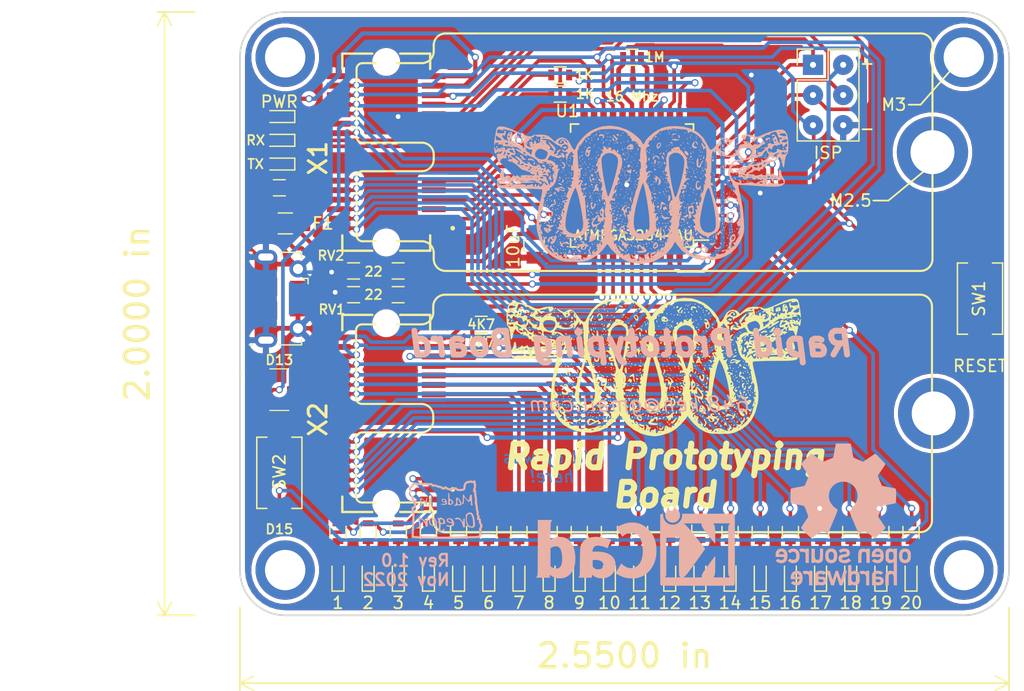
<source format=kicad_pcb>
(kicad_pcb (version 20171130) (host pcbnew "(5.1.10)-1")
  (title_block (title "Beetje 32U4 Blok") (date 2018-08-10) (rev 0.0) (company www.MakersBox.us) (comment 1 648.ken@gmail.com))
  (layers (0 F.Cu signal) (31 B.Cu signal) (34 B.Paste user) (35 F.Paste user) (36 B.SilkS user) (37 F.SilkS user) (38 B.Mask user) (39 F.Mask user) (44 Edge.Cuts user))
  (net 0 "")
  (net 1 GND)
  (net 2 /D4)
  (net 3 /D6)
  (net 4 /D8)
  (net 5 /D13)
  (net 6 /D12)
  (net 7 /D10)
  (net 8 /D9)
  (net 9 /D7)
  (net 10 /A0)
  (net 11 /A3)
  (net 12 /A5)
  (net 13 /SCK)
  (net 14 /MOSI)
  (net 15 /MISO)
  (net 16 /D5)
  (net 17 /RXLED)
  (net 18 /TXLED)
  (net 19 /~RESET)
  (net 20 /D+)
  (net 21 /D-)
  (net 22 "Net-(F1-Pad2)")
  (net 23 +5V)
  (net 24 "Net-(D4-Pad2)")
  (net 25 "Net-(R6-Pad2)")
  (net 26 "Net-(R7-Pad2)")
  (net 27 "Net-(R9-Pad2)")
  (net 28 "Net-(D1-Pad2)")
  (net 29 "Net-(D2-Pad2)")
  (net 30 "Net-(D3-Pad2)")
  (net 31 "Net-(D5-Pad2)")
  (net 32 "Net-(D6-Pad2)")
  (net 33 "Net-(D7-Pad2)")
  (net 34 "Net-(D8-Pad2)")
  (net 35 "Net-(D9-Pad2)")
  (net 36 "Net-(D10-Pad2)")
  (net 37 "Net-(D11-Pad2)")
  (net 38 "Net-(D12-Pad2)")
  (net 39 "Net-(D13-Pad2)")
  (net 40 "Net-(D14-Pad2)")
  (net 41 "Net-(D15-Pad2)")
  (net 42 "Net-(D16-Pad2)")
  (net 43 "Net-(D17-Pad2)")
  (net 44 "Net-(D18-Pad2)")
  (net 45 "Net-(D19-Pad2)")
  (net 46 "Net-(D20-Pad2)")
  (net 47 "Net-(D22-Pad1)")
  (net 48 "Net-(D23-Pad1)")
  (net 49 "Net-(J1-Pad2)")
  (net 50 "Net-(J1-Pad3)")
  (net 51 "Net-(R1-Pad2)")
  (net 52 "Net-(R2-Pad2)")
  (net 53 "Net-(R3-Pad2)")
  (net 54 "Net-(R4-Pad2)")
  (net 55 "Net-(R5-Pad2)")
  (net 56 "Net-(R8-Pad2)")
  (net 57 "Net-(R10-Pad2)")
  (net 58 "Net-(R11-Pad2)")
  (net 59 "Net-(R12-Pad2)")
  (net 60 "Net-(R13-Pad2)")
  (net 61 "Net-(R14-Pad2)")
  (net 62 "Net-(R15-Pad2)")
  (net 63 "Net-(R16-Pad2)")
  (net 64 "Net-(R17-Pad2)")
  (net 65 "Net-(R18-Pad2)")
  (net 66 "Net-(R19-Pad2)")
  (net 67 "Net-(R20-Pad2)")
  (net 68 "Net-(D21-Pad1)")
  (net 69 "Net-(R26-Pad2)")
  (net 70 "Net-(R26-Pad1)")
  (net 71 /D3_SCL)
  (net 72 /D2_SDA)
  (net 73 /D0)
  (net 74 /D1)
  (net 75 /D11)
  (net 76 /A1)
  (net 77 /A2)
  (net 78 /A4)
  (module footprints:R_0603 (layer F.Cu) (at 127 104 180)
    (fp_text reference R29)
    (fp_text value 4K7 (at 0 1.5 180) (layer F.SilkS) (effects (font (size 0.8 0.8))))
    (pad 1 smd rect (at -0.75 0 180) (size 0.5 0.9) (layers F.Cu F.Paste F.Mask) (net 72 /D2_SDA))
    (pad 2 smd rect (at 0.75 0 180) (size 0.5 0.9) (layers F.Cu F.Paste F.Mask) (net 23 +5V))
  )
  (module footprints:MEC8-113-CARD-OUTLINE (layer F.Cu) (at 116.459 120 90)
    (fp_text reference CardOutline1)
    (fp_text value SYM_Arrow_Large)
  )
  (module footprints:MEC8-113-CARD-OUTLINE (layer F.Cu) (at 116.5 98 90)
    (fp_text reference CardOutline2)
    (fp_text value SYM_Arrow_Large)
  )
  (module footprints:Pin_Header_Straight_2x03_Pitch2.54mm (layer F.Cu) (at 154.94 80.645)
    (fp_text reference J2 hide)
    (fp_text value ISP (at 1.27 7.41) (layer F.SilkS))
    (pad 6 thru_hole oval (at 2.54 5.08) (size 1.7 1.7) (drill 0.508) (layers *.Cu F.Mask) (net 1 GND))
    (pad 5 thru_hole oval (at 0 5.08) (size 1.7 1.7) (drill 0.508) (layers *.Cu F.Mask) (net 19 /~RESET))
    (pad 4 thru_hole oval (at 2.54 2.54) (size 1.7 1.7) (drill 0.508) (layers *.Cu F.Mask) (net 14 /MOSI))
    (pad 3 thru_hole oval (at 0 2.54) (size 1.7 1.7) (drill 0.508) (layers *.Cu F.Mask) (net 13 /SCK))
    (pad 2 thru_hole oval (at 2.54 0) (size 1.7 1.7) (drill 0.508) (layers *.Cu F.Mask) (net 23 +5V))
    (pad 1 thru_hole rect (at 0 0) (size 1.7 1.7) (drill 0.508) (layers *.Cu F.Mask) (net 15 /MISO))
  )
  (module footprints:INPI33TBTPRPGPB (layer F.Cu) (at 110 108 180)
    (fp_text reference LED1 hide)
    (fp_text value IN-PI33TBTPRPGPB hide)
    (pad 1 smd rect (at 1.59 1.07 270) (size 0.9 1.3) (layers F.Cu F.Paste F.Mask) (net 1 GND))
    (pad 2 smd rect (at 1.59 -1.07 270) (size 0.9 1.3) (layers F.Cu F.Paste F.Mask) (net 5 /D13))
    (pad 3 smd rect (at -1.59 -1.07 270) (size 0.9 1.3) (layers F.Cu F.Paste F.Mask) (net 23 +5V))
    (pad 4 smd rect (at -1.59 1.07 270) (size 0.9 1.3) (layers F.Cu F.Paste F.Mask))
  )
  (module footprints:R_0805_HandSoldering (layer F.Cu) (at 110.5 94 180)
    (fp_text reference F1 (at -3.17 0) (layer F.SilkS))
    (fp_text value Polyfuse)
    (pad 2 smd rect (at 1.35 0 180) (size 1.5 1.3) (layers F.Cu F.Paste F.Mask) (net 22 "Net-(F1-Pad2)"))
    (pad 1 smd rect (at -1.35 0 180) (size 1.5 1.3) (layers F.Cu F.Paste F.Mask) (net 23 +5V))
  )
  (module footprints:LED_0603 (layer F.Cu) (at 110 89 180)
    (fp_text reference D22 hide)
    (fp_text value TX (at 2 0 unlocked) (layer F.SilkS) (effects (font (size 0.8 0.8))))
    (pad 1 smd rect (at -0.8 0) (size 0.8 0.8) (layers F.Cu F.Paste F.Mask) (net 47 "Net-(D22-Pad1)"))
    (pad 2 smd rect (at 0.8 0) (size 0.8 0.8) (layers F.Cu F.Paste F.Mask) (net 23 +5V))
  )
  (module footprints:SW_TS10-63-26-BE-250-SMT-TR (layer F.Cu) (at 169 100.33 90)
    (fp_text reference SW1 (at 0 -0.09 90) (layer F.SilkS))
    (fp_text value RESET (at -5.67 0) (layer F.SilkS))
    (pad 1 smd rect (at -3.25 0 90) (size 1.5 1.4) (layers F.Cu F.Paste F.Mask) (net 1 GND))
    (pad 2 smd rect (at 3.25 0 90) (size 1.5 1.4) (layers F.Cu F.Paste F.Mask) (net 19 /~RESET))
  )
  (module footprints:R_0603 (layer F.Cu) (at 133.65 83.1 180)
    (fp_text reference R22)
    (fp_text value 1K (at -2.1 0 180) (layer F.SilkS) (effects (font (size 0.8 0.8))))
    (pad 2 smd rect (at 0.75 0 180) (size 0.5 0.9) (layers F.Cu F.Paste F.Mask) (net 47 "Net-(D22-Pad1)"))
    (pad 1 smd rect (at -0.75 0 180) (size 0.5 0.9) (layers F.Cu F.Paste F.Mask) (net 18 /TXLED))
  )
  (module footprints:M25standoff (layer F.Cu) (at 165 88)
    (fp_text reference P5 hide)
    (fp_text value Standoff)
    (pad 1 thru_hole circle (at 0 0) (size 6 6) (drill 3.7) (layers *.Cu *.Mask))
  )
  (module footprints:M25standoff (layer F.Cu) (at 165.1 110)
    (fp_text reference P6 hide)
    (fp_text value Standoff)
    (pad 1 thru_hole circle (at 0 0) (size 6 6) (drill 3.7) (layers *.Cu *.Mask))
  )
  (module footprints:M3mount (layer F.Cu) (at 110.49 80.01)
    (fp_text reference P1 hide)
    (fp_text value M3)
    (pad 1 thru_hole circle (at 0 0) (size 5 5) (drill 3.4) (layers *.Cu *.Mask))
  )
  (module footprints:LED_0603 (layer F.Cu) (at 114.935 123.66 90)
    (fp_text reference D1 hide)
    (fp_text value 1 (at -2.286 0 unlocked) (layer F.SilkS))
    (pad 1 smd rect (at -0.8 0 270) (size 0.8 0.8) (layers F.Cu F.Paste F.Mask) (net 1 GND))
    (pad 2 smd rect (at 0.8 0 270) (size 0.8 0.8) (layers F.Cu F.Paste F.Mask) (net 28 "Net-(D1-Pad2)"))
  )
  (module footprints:LED_0603 (layer F.Cu) (at 110 85 180)
    (fp_text reference D21 hide)
    (fp_text value PWR (at 0 1.25 unlocked) (layer F.SilkS))
    (pad 1 smd rect (at -0.8 0) (size 0.8 0.8) (layers F.Cu F.Paste F.Mask) (net 68 "Net-(D21-Pad1)"))
    (pad 2 smd rect (at 0.8 0) (size 0.8 0.8) (layers F.Cu F.Paste F.Mask) (net 23 +5V))
  )
  (module footprints:LED_0603 (layer F.Cu) (at 110 87 180)
    (fp_text reference D23 hide)
    (fp_text value RX (at 2 0 unlocked) (layer F.SilkS) (effects (font (size 0.8 0.8))))
    (pad 1 smd rect (at -0.8 0) (size 0.8 0.8) (layers F.Cu F.Paste F.Mask) (net 48 "Net-(D23-Pad1)"))
    (pad 2 smd rect (at 0.8 0) (size 0.8 0.8) (layers F.Cu F.Paste F.Mask) (net 23 +5V))
  )
  (module footprints:LED_0603 (layer F.Cu) (at 140.335 123.66 90)
    (fp_text reference D11 hide)
    (fp_text value 11 (at -2.286 0 unlocked) (layer F.SilkS))
    (pad 1 smd rect (at -0.8 0 270) (size 0.8 0.8) (layers F.Cu F.Paste F.Mask) (net 1 GND))
    (pad 2 smd rect (at 0.8 0 270) (size 0.8 0.8) (layers F.Cu F.Paste F.Mask) (net 37 "Net-(D11-Pad2)"))
  )
  (module footprints:LED_0603 (layer F.Cu) (at 117.475 123.66 90)
    (fp_text reference D2 hide)
    (fp_text value 2 (at -2.286 0 unlocked) (layer F.SilkS))
    (pad 1 smd rect (at -0.8 0 270) (size 0.8 0.8) (layers F.Cu F.Paste F.Mask) (net 1 GND))
    (pad 2 smd rect (at 0.8 0 270) (size 0.8 0.8) (layers F.Cu F.Paste F.Mask) (net 29 "Net-(D2-Pad2)"))
  )
  (module footprints:LED_0603 (layer F.Cu) (at 142.875 123.66 90)
    (fp_text reference D12 hide)
    (fp_text value 12 (at -2.286 0 unlocked) (layer F.SilkS))
    (pad 1 smd rect (at -0.8 0 270) (size 0.8 0.8) (layers F.Cu F.Paste F.Mask) (net 1 GND))
    (pad 2 smd rect (at 0.8 0 270) (size 0.8 0.8) (layers F.Cu F.Paste F.Mask) (net 38 "Net-(D12-Pad2)"))
  )
  (module footprints:LED_0603 (layer F.Cu) (at 120.015 123.66 90)
    (fp_text reference D3 hide)
    (fp_text value 3 (at -2.286 0 unlocked) (layer F.SilkS))
    (pad 1 smd rect (at -0.8 0 270) (size 0.8 0.8) (layers F.Cu F.Paste F.Mask) (net 1 GND))
    (pad 2 smd rect (at 0.8 0 270) (size 0.8 0.8) (layers F.Cu F.Paste F.Mask) (net 30 "Net-(D3-Pad2)"))
  )
  (module footprints:LED_0603 (layer F.Cu) (at 145.415 123.66 90)
    (fp_text reference D13 hide)
    (fp_text value 13 (at -2.286 0 unlocked) (layer F.SilkS))
    (pad 1 smd rect (at -0.8 0 270) (size 0.8 0.8) (layers F.Cu F.Paste F.Mask) (net 1 GND))
    (pad 2 smd rect (at 0.8 0 270) (size 0.8 0.8) (layers F.Cu F.Paste F.Mask) (net 39 "Net-(D13-Pad2)"))
  )
  (module footprints:LED_0603 (layer F.Cu) (at 122.555 123.66 90)
    (fp_text reference D4 hide)
    (fp_text value 4 (at -2.286 0 unlocked) (layer F.SilkS))
    (pad 1 smd rect (at -0.8 0 270) (size 0.8 0.8) (layers F.Cu F.Paste F.Mask) (net 1 GND))
    (pad 2 smd rect (at 0.8 0 270) (size 0.8 0.8) (layers F.Cu F.Paste F.Mask) (net 24 "Net-(D4-Pad2)"))
  )
  (module footprints:LED_0603 (layer F.Cu) (at 147.955 123.66 90)
    (fp_text reference D14 hide)
    (fp_text value 14 (at -2.286 0 unlocked) (layer F.SilkS))
    (pad 1 smd rect (at -0.8 0 270) (size 0.8 0.8) (layers F.Cu F.Paste F.Mask) (net 1 GND))
    (pad 2 smd rect (at 0.8 0 270) (size 0.8 0.8) (layers F.Cu F.Paste F.Mask) (net 40 "Net-(D14-Pad2)"))
  )
  (module footprints:LED_0603 (layer F.Cu) (at 125.095 123.66 90)
    (fp_text reference D5 hide)
    (fp_text value 5 (at -2.286 0 unlocked) (layer F.SilkS))
    (pad 1 smd rect (at -0.8 0 270) (size 0.8 0.8) (layers F.Cu F.Paste F.Mask) (net 1 GND))
    (pad 2 smd rect (at 0.8 0 270) (size 0.8 0.8) (layers F.Cu F.Paste F.Mask) (net 31 "Net-(D5-Pad2)"))
  )
  (module footprints:LED_0603 (layer F.Cu) (at 150.495 123.66 90)
    (fp_text reference D15 hide)
    (fp_text value 15 (at -2.286 0 unlocked) (layer F.SilkS))
    (pad 1 smd rect (at -0.8 0 270) (size 0.8 0.8) (layers F.Cu F.Paste F.Mask) (net 1 GND))
    (pad 2 smd rect (at 0.8 0 270) (size 0.8 0.8) (layers F.Cu F.Paste F.Mask) (net 41 "Net-(D15-Pad2)"))
  )
  (module footprints:LED_0603 (layer F.Cu) (at 127.635 123.66 90)
    (fp_text reference D6 hide)
    (fp_text value 6 (at -2.286 0 unlocked) (layer F.SilkS))
    (pad 1 smd rect (at -0.8 0 270) (size 0.8 0.8) (layers F.Cu F.Paste F.Mask) (net 1 GND))
    (pad 2 smd rect (at 0.8 0 270) (size 0.8 0.8) (layers F.Cu F.Paste F.Mask) (net 32 "Net-(D6-Pad2)"))
  )
  (module footprints:LED_0603 (layer F.Cu) (at 153.035 123.66 90)
    (fp_text reference D16 hide)
    (fp_text value 16 (at -2.286 0 unlocked) (layer F.SilkS))
    (pad 1 smd rect (at -0.8 0 270) (size 0.8 0.8) (layers F.Cu F.Paste F.Mask) (net 1 GND))
    (pad 2 smd rect (at 0.8 0 270) (size 0.8 0.8) (layers F.Cu F.Paste F.Mask) (net 42 "Net-(D16-Pad2)"))
  )
  (module footprints:LED_0603 (layer F.Cu) (at 130.175 123.66 90)
    (fp_text reference D7 hide)
    (fp_text value 7 (at -2.286 0 unlocked) (layer F.SilkS))
    (pad 1 smd rect (at -0.8 0 270) (size 0.8 0.8) (layers F.Cu F.Paste F.Mask) (net 1 GND))
    (pad 2 smd rect (at 0.8 0 270) (size 0.8 0.8) (layers F.Cu F.Paste F.Mask) (net 33 "Net-(D7-Pad2)"))
  )
  (module footprints:LED_0603 (layer F.Cu) (at 155.575 123.66 90)
    (fp_text reference D17 hide)
    (fp_text value 17 (at -2.286 0 unlocked) (layer F.SilkS))
    (pad 1 smd rect (at -0.8 0 270) (size 0.8 0.8) (layers F.Cu F.Paste F.Mask) (net 1 GND))
    (pad 2 smd rect (at 0.8 0 270) (size 0.8 0.8) (layers F.Cu F.Paste F.Mask) (net 43 "Net-(D17-Pad2)"))
  )
  (module footprints:LED_0603 (layer F.Cu) (at 132.715 123.66 90)
    (fp_text reference D8 hide)
    (fp_text value 8 (at -2.286 0 unlocked) (layer F.SilkS))
    (pad 1 smd rect (at -0.8 0 270) (size 0.8 0.8) (layers F.Cu F.Paste F.Mask) (net 1 GND))
    (pad 2 smd rect (at 0.8 0 270) (size 0.8 0.8) (layers F.Cu F.Paste F.Mask) (net 34 "Net-(D8-Pad2)"))
  )
  (module footprints:LED_0603 (layer F.Cu) (at 158.115 123.66 90)
    (fp_text reference D18 hide)
    (fp_text value 18 (at -2.286 0 unlocked) (layer F.SilkS))
    (pad 1 smd rect (at -0.8 0 270) (size 0.8 0.8) (layers F.Cu F.Paste F.Mask) (net 1 GND))
    (pad 2 smd rect (at 0.8 0 270) (size 0.8 0.8) (layers F.Cu F.Paste F.Mask) (net 44 "Net-(D18-Pad2)"))
  )
  (module footprints:LED_0603 (layer F.Cu) (at 135.255 123.66 90)
    (fp_text reference D9 hide)
    (fp_text value 9 (at -2.286 0 unlocked) (layer F.SilkS))
    (pad 1 smd rect (at -0.8 0 270) (size 0.8 0.8) (layers F.Cu F.Paste F.Mask) (net 1 GND))
    (pad 2 smd rect (at 0.8 0 270) (size 0.8 0.8) (layers F.Cu F.Paste F.Mask) (net 35 "Net-(D9-Pad2)"))
  )
  (module footprints:LED_0603 (layer F.Cu) (at 160.655 123.66 90)
    (fp_text reference D19 hide)
    (fp_text value 19 (at -2.286 0 unlocked) (layer F.SilkS))
    (pad 1 smd rect (at -0.8 0 270) (size 0.8 0.8) (layers F.Cu F.Paste F.Mask) (net 1 GND))
    (pad 2 smd rect (at 0.8 0 270) (size 0.8 0.8) (layers F.Cu F.Paste F.Mask) (net 45 "Net-(D19-Pad2)"))
  )
  (module footprints:LED_0603 (layer F.Cu) (at 137.795 123.66 90)
    (fp_text reference D10 hide)
    (fp_text value 10 (at -2.286 0 unlocked) (layer F.SilkS))
    (pad 1 smd rect (at -0.8 0 270) (size 0.8 0.8) (layers F.Cu F.Paste F.Mask) (net 1 GND))
    (pad 2 smd rect (at 0.8 0 270) (size 0.8 0.8) (layers F.Cu F.Paste F.Mask) (net 36 "Net-(D10-Pad2)"))
  )
  (module footprints:LED_0603 (layer F.Cu) (at 163.195 123.66 90)
    (fp_text reference D20 hide)
    (fp_text value 20 (at -2.286 0 unlocked) (layer F.SilkS))
    (pad 1 smd rect (at -0.8 0 270) (size 0.8 0.8) (layers F.Cu F.Paste F.Mask) (net 1 GND))
    (pad 2 smd rect (at 0.8 0 270) (size 0.8 0.8) (layers F.Cu F.Paste F.Mask) (net 46 "Net-(D20-Pad2)"))
  )
  (module footprints:R_0603 (layer F.Cu) (at 140.335 120.015 90)
    (fp_text reference R11)
    (fp_text value 1K)
    (pad 2 smd rect (at 0.75 0 90) (size 0.5 0.9) (layers F.Cu F.Paste F.Mask) (net 58 "Net-(R11-Pad2)"))
    (pad 1 smd rect (at -0.75 0 90) (size 0.5 0.9) (layers F.Cu F.Paste F.Mask) (net 37 "Net-(D11-Pad2)"))
  )
  (module footprints:R_0603 (layer F.Cu) (at 110 91 180)
    (fp_text reference R21)
    (fp_text value 1K hide)
    (pad 2 smd rect (at 0.75 0 180) (size 0.5 0.9) (layers F.Cu F.Paste F.Mask) (net 1 GND))
    (pad 1 smd rect (at -0.75 0 180) (size 0.5 0.9) (layers F.Cu F.Paste F.Mask) (net 68 "Net-(D21-Pad1)"))
  )
  (module footprints:R_0603 (layer F.Cu) (at 133.65 81.5 180)
    (fp_text reference R23)
    (fp_text value 1K (at -2.032 0 180) (layer F.SilkS) (effects (font (size 0.8 0.8))))
    (pad 2 smd rect (at 0.75 0 180) (size 0.5 0.9) (layers F.Cu F.Paste F.Mask) (net 48 "Net-(D23-Pad1)"))
    (pad 1 smd rect (at -0.75 0 180) (size 0.5 0.9) (layers F.Cu F.Paste F.Mask) (net 17 /RXLED))
  )
  (module footprints:R_0603 (layer F.Cu) (at 120 100 180)
    (fp_text reference R24 hide)
    (fp_text value 22 (at 2.07 0 180) (layer F.SilkS) (effects (font (size 0.8 0.8))))
    (pad 2 smd rect (at 0.75 0 180) (size 0.5 0.9) (layers F.Cu F.Paste F.Mask) (net 50 "Net-(J1-Pad3)"))
    (pad 1 smd rect (at -0.75 0 180) (size 0.5 0.9) (layers F.Cu F.Paste F.Mask) (net 20 /D+))
  )
  (module footprints:R_0603 (layer F.Cu) (at 120 98 180)
    (fp_text reference R25)
    (fp_text value 22 (at 2.07 -0.055 180) (layer F.SilkS) (effects (font (size 0.8 0.8))))
    (pad 2 smd rect (at 0.75 0 180) (size 0.5 0.9) (layers F.Cu F.Paste F.Mask) (net 49 "Net-(J1-Pad2)"))
    (pad 1 smd rect (at -0.75 0 180) (size 0.5 0.9) (layers F.Cu F.Paste F.Mask) (net 21 /D-))
  )
  (module footprints:R_0603 (layer F.Cu) (at 139.7 80.01 180)
    (fp_text reference R26)
    (fp_text value 1M (at -1.905 0 180) (layer F.SilkS) (effects (font (size 0.8 0.8))))
    (pad 2 smd rect (at 0.75 0 180) (size 0.5 0.9) (layers F.Cu F.Paste F.Mask) (net 69 "Net-(R26-Pad2)"))
    (pad 1 smd rect (at -0.75 0 180) (size 0.5 0.9) (layers F.Cu F.Paste F.Mask) (net 70 "Net-(R26-Pad1)"))
  )
  (module footprints:R_0603 (layer F.Cu) (at 116.25 100 180)
    (fp_text reference RV1 (at 1.82 -1.245 180) (layer F.SilkS) (effects (font (size 0.8 0.8))))
    (fp_text value Varistor)
    (pad 2 smd rect (at 0.75 0 180) (size 0.5 0.9) (layers F.Cu F.Paste F.Mask) (net 1 GND))
    (pad 1 smd rect (at -0.75 0 180) (size 0.5 0.9) (layers F.Cu F.Paste F.Mask) (net 50 "Net-(J1-Pad3)"))
  )
  (module footprints:R_0603 (layer F.Cu) (at 116.25 98 180)
    (fp_text reference RV2 (at 1.905 1.29 180) (layer F.SilkS) (effects (font (size 0.8 0.8))))
    (fp_text value Varistor)
    (pad 2 smd rect (at 0.75 0 180) (size 0.5 0.9) (layers F.Cu F.Paste F.Mask) (net 1 GND))
    (pad 1 smd rect (at -0.75 0 180) (size 0.5 0.9) (layers F.Cu F.Paste F.Mask) (net 49 "Net-(J1-Pad2)"))
  )
  (module footprints:R_0603 (layer F.Cu) (at 114.935 120 90)
    (fp_text reference R1)
    (fp_text value 1K)
    (pad 2 smd rect (at 0.75 0 90) (size 0.5 0.9) (layers F.Cu F.Paste F.Mask) (net 51 "Net-(R1-Pad2)"))
    (pad 1 smd rect (at -0.75 0 90) (size 0.5 0.9) (layers F.Cu F.Paste F.Mask) (net 28 "Net-(D1-Pad2)"))
  )
  (module footprints:R_0603 (layer F.Cu) (at 117.475 120 90)
    (fp_text reference R2)
    (fp_text value 1K)
    (pad 2 smd rect (at 0.75 0 90) (size 0.5 0.9) (layers F.Cu F.Paste F.Mask) (net 52 "Net-(R2-Pad2)"))
    (pad 1 smd rect (at -0.75 0 90) (size 0.5 0.9) (layers F.Cu F.Paste F.Mask) (net 29 "Net-(D2-Pad2)"))
  )
  (module footprints:R_0603 (layer F.Cu) (at 142.875 119.9 90)
    (fp_text reference R12)
    (fp_text value 1K)
    (pad 2 smd rect (at 0.75 0 90) (size 0.5 0.9) (layers F.Cu F.Paste F.Mask) (net 59 "Net-(R12-Pad2)"))
    (pad 1 smd rect (at -0.75 0 90) (size 0.5 0.9) (layers F.Cu F.Paste F.Mask) (net 38 "Net-(D12-Pad2)"))
  )
  (module footprints:R_0603 (layer F.Cu) (at 120.015 120.015 90)
    (fp_text reference R3)
    (fp_text value 1K)
    (pad 2 smd rect (at 0.75 0 90) (size 0.5 0.9) (layers F.Cu F.Paste F.Mask) (net 53 "Net-(R3-Pad2)"))
    (pad 1 smd rect (at -0.75 0 90) (size 0.5 0.9) (layers F.Cu F.Paste F.Mask) (net 30 "Net-(D3-Pad2)"))
  )
  (module footprints:R_0603 (layer F.Cu) (at 145.415 119.9 90)
    (fp_text reference R13)
    (fp_text value 1K)
    (pad 2 smd rect (at 0.75 0 90) (size 0.5 0.9) (layers F.Cu F.Paste F.Mask) (net 60 "Net-(R13-Pad2)"))
    (pad 1 smd rect (at -0.75 0 90) (size 0.5 0.9) (layers F.Cu F.Paste F.Mask) (net 39 "Net-(D13-Pad2)"))
  )
  (module footprints:R_0603 (layer F.Cu) (at 122.555 120.015 90)
    (fp_text reference R4)
    (fp_text value 1K)
    (pad 2 smd rect (at 0.75 0 90) (size 0.5 0.9) (layers F.Cu F.Paste F.Mask) (net 54 "Net-(R4-Pad2)"))
    (pad 1 smd rect (at -0.75 0 90) (size 0.5 0.9) (layers F.Cu F.Paste F.Mask) (net 24 "Net-(D4-Pad2)"))
  )
  (module footprints:R_0603 (layer F.Cu) (at 147.955 120.015 90)
    (fp_text reference R14)
    (fp_text value 1K)
    (pad 2 smd rect (at 0.75 0 90) (size 0.5 0.9) (layers F.Cu F.Paste F.Mask) (net 61 "Net-(R14-Pad2)"))
    (pad 1 smd rect (at -0.75 0 90) (size 0.5 0.9) (layers F.Cu F.Paste F.Mask) (net 40 "Net-(D14-Pad2)"))
  )
  (module footprints:R_0603 (layer F.Cu) (at 125.095 120.015 90)
    (fp_text reference R5)
    (fp_text value 1K)
    (pad 2 smd rect (at 0.75 0 90) (size 0.5 0.9) (layers F.Cu F.Paste F.Mask) (net 55 "Net-(R5-Pad2)"))
    (pad 1 smd rect (at -0.75 0 90) (size 0.5 0.9) (layers F.Cu F.Paste F.Mask) (net 31 "Net-(D5-Pad2)"))
  )
  (module footprints:R_0603 (layer F.Cu) (at 150.495 120.015 90)
    (fp_text reference R15)
    (fp_text value 1K)
    (pad 2 smd rect (at 0.75 0 90) (size 0.5 0.9) (layers F.Cu F.Paste F.Mask) (net 62 "Net-(R15-Pad2)"))
    (pad 1 smd rect (at -0.75 0 90) (size 0.5 0.9) (layers F.Cu F.Paste F.Mask) (net 41 "Net-(D15-Pad2)"))
  )
  (module footprints:R_0603 (layer F.Cu) (at 127.635 120.015 90)
    (fp_text reference R6)
    (fp_text value 1K)
    (pad 2 smd rect (at 0.75 0 90) (size 0.5 0.9) (layers F.Cu F.Paste F.Mask) (net 25 "Net-(R6-Pad2)"))
    (pad 1 smd rect (at -0.75 0 90) (size 0.5 0.9) (layers F.Cu F.Paste F.Mask) (net 32 "Net-(D6-Pad2)"))
  )
  (module footprints:R_0603 (layer F.Cu) (at 153.035 120.015 90)
    (fp_text reference R16)
    (fp_text value 1K)
    (pad 2 smd rect (at 0.75 0 90) (size 0.5 0.9) (layers F.Cu F.Paste F.Mask) (net 63 "Net-(R16-Pad2)"))
    (pad 1 smd rect (at -0.75 0 90) (size 0.5 0.9) (layers F.Cu F.Paste F.Mask) (net 42 "Net-(D16-Pad2)"))
  )
  (module footprints:R_0603 (layer F.Cu) (at 130.175 120.015 90)
    (fp_text reference R7)
    (fp_text value 1K)
    (pad 2 smd rect (at 0.75 0 90) (size 0.5 0.9) (layers F.Cu F.Paste F.Mask) (net 26 "Net-(R7-Pad2)"))
    (pad 1 smd rect (at -0.75 0 90) (size 0.5 0.9) (layers F.Cu F.Paste F.Mask) (net 33 "Net-(D7-Pad2)"))
  )
  (module footprints:R_0603 (layer F.Cu) (at 155.575 120.015 90)
    (fp_text reference R17)
    (fp_text value 1K)
    (pad 2 smd rect (at 0.75 0 90) (size 0.5 0.9) (layers F.Cu F.Paste F.Mask) (net 64 "Net-(R17-Pad2)"))
    (pad 1 smd rect (at -0.75 0 90) (size 0.5 0.9) (layers F.Cu F.Paste F.Mask) (net 43 "Net-(D17-Pad2)"))
  )
  (module footprints:R_0603 (layer F.Cu) (at 132.715 120.015 90)
    (fp_text reference R8)
    (fp_text value 1K)
    (pad 2 smd rect (at 0.75 0 90) (size 0.5 0.9) (layers F.Cu F.Paste F.Mask) (net 56 "Net-(R8-Pad2)"))
    (pad 1 smd rect (at -0.75 0 90) (size 0.5 0.9) (layers F.Cu F.Paste F.Mask) (net 34 "Net-(D8-Pad2)"))
  )
  (module footprints:R_0603 (layer F.Cu) (at 158.115 120.015 90)
    (fp_text reference R18)
    (fp_text value 1K)
    (pad 2 smd rect (at 0.75 0 90) (size 0.5 0.9) (layers F.Cu F.Paste F.Mask) (net 65 "Net-(R18-Pad2)"))
    (pad 1 smd rect (at -0.75 0 90) (size 0.5 0.9) (layers F.Cu F.Paste F.Mask) (net 44 "Net-(D18-Pad2)"))
  )
  (module footprints:R_0603 (layer F.Cu) (at 135.255 120.015 90)
    (fp_text reference R9)
    (fp_text value 1K)
    (pad 2 smd rect (at 0.75 0 90) (size 0.5 0.9) (layers F.Cu F.Paste F.Mask) (net 27 "Net-(R9-Pad2)"))
    (pad 1 smd rect (at -0.75 0 90) (size 0.5 0.9) (layers F.Cu F.Paste F.Mask) (net 35 "Net-(D9-Pad2)"))
  )
  (module footprints:R_0603 (layer F.Cu) (at 160.655 120.015 90)
    (fp_text reference R19)
    (fp_text value 1K)
    (pad 2 smd rect (at 0.75 0 90) (size 0.5 0.9) (layers F.Cu F.Paste F.Mask) (net 66 "Net-(R19-Pad2)"))
    (pad 1 smd rect (at -0.75 0 90) (size 0.5 0.9) (layers F.Cu F.Paste F.Mask) (net 45 "Net-(D19-Pad2)"))
  )
  (module footprints:R_0603 (layer F.Cu) (at 137.795 120.015 90)
    (fp_text reference R10)
    (fp_text value 1K)
    (pad 2 smd rect (at 0.75 0 90) (size 0.5 0.9) (layers F.Cu F.Paste F.Mask) (net 57 "Net-(R10-Pad2)"))
    (pad 1 smd rect (at -0.75 0 90) (size 0.5 0.9) (layers F.Cu F.Paste F.Mask) (net 36 "Net-(D10-Pad2)"))
  )
  (module footprints:R_0603 (layer F.Cu) (at 163.195 120.015 90)
    (fp_text reference R20)
    (fp_text value 1K)
    (pad 2 smd rect (at 0.75 0 90) (size 0.5 0.9) (layers F.Cu F.Paste F.Mask) (net 67 "Net-(R20-Pad2)"))
    (pad 1 smd rect (at -0.75 0 90) (size 0.5 0.9) (layers F.Cu F.Paste F.Mask) (net 46 "Net-(D20-Pad2)"))
  )
  (module footprints:Resonator_SMD_CTSC_1.3mmx3.2mm (layer F.Cu) (at 139.77 81.915)
    (fp_text reference Y1 hide)
    (fp_text value "16 Mhz" (at -0.07 1.397) (layer F.SilkS) (effects (font (size 0.8 0.8))))
    (pad 3 smd rect (at 1.2 0) (size 0.4 1.8) (layers F.Cu F.Paste F.Mask) (net 70 "Net-(R26-Pad1)"))
    (pad 2 smd rect (at 0 0) (size 0.4 1.8) (layers F.Cu F.Paste F.Mask) (net 1 GND))
    (pad 1 smd rect (at -1.2 0) (size 0.4 1.8) (layers F.Cu F.Paste F.Mask) (net 69 "Net-(R26-Pad2)"))
  )
  (module footprints:TQFP-44_10x10mm_Pitch0.8mm (layer F.Cu) (at 139.7 90.805 180)
    (fp_text reference U1 (at 5.45 6.27 180) (layer F.SilkS))
    (fp_text value ATMEGA32U4-AU (at -0.127 -4.195 180) (layer F.SilkS) (effects (font (size 0.8 0.8))))
    (pad 1 smd rect (at -5.7 -4 180) (size 1.5 0.55) (layers F.Cu F.Paste F.Mask) (net 9 /D7))
    (pad 2 smd rect (at -5.7 -3.2 180) (size 1.5 0.55) (layers F.Cu F.Paste F.Mask))
    (pad 3 smd rect (at -5.7 -2.4 180) (size 1.5 0.55) (layers F.Cu F.Paste F.Mask) (net 21 /D-))
    (pad 4 smd rect (at -5.7 -1.6 180) (size 1.5 0.55) (layers F.Cu F.Paste F.Mask) (net 20 /D+))
    (pad 5 smd rect (at -5.7 -0.8 180) (size 1.5 0.55) (layers F.Cu F.Paste F.Mask) (net 1 GND))
    (pad 6 smd rect (at -5.7 0 180) (size 1.5 0.55) (layers F.Cu F.Paste F.Mask) (net 23 +5V))
    (pad 7 smd rect (at -5.7 0.8 180) (size 1.5 0.55) (layers F.Cu F.Paste F.Mask) (net 23 +5V))
    (pad 8 smd rect (at -5.7 1.6 180) (size 1.5 0.55) (layers F.Cu F.Paste F.Mask) (net 17 /RXLED))
    (pad 9 smd rect (at -5.7 2.4 180) (size 1.5 0.55) (layers F.Cu F.Paste F.Mask) (net 13 /SCK))
    (pad 10 smd rect (at -5.7 3.2 180) (size 1.5 0.55) (layers F.Cu F.Paste F.Mask) (net 14 /MOSI))
    (pad 11 smd rect (at -5.7 4 180) (size 1.5 0.55) (layers F.Cu F.Paste F.Mask) (net 15 /MISO))
    (pad 12 smd rect (at -4 5.7 270) (size 1.5 0.55) (layers F.Cu F.Paste F.Mask) (net 75 /D11))
    (pad 13 smd rect (at -3.2 5.7 270) (size 1.5 0.55) (layers F.Cu F.Paste F.Mask) (net 19 /~RESET))
    (pad 14 smd rect (at -2.4 5.7 270) (size 1.5 0.55) (layers F.Cu F.Paste F.Mask) (net 23 +5V))
    (pad 15 smd rect (at -1.6 5.7 270) (size 1.5 0.55) (layers F.Cu F.Paste F.Mask) (net 1 GND))
    (pad 16 smd rect (at -0.8 5.7 270) (size 1.5 0.55) (layers F.Cu F.Paste F.Mask) (net 70 "Net-(R26-Pad1)"))
    (pad 17 smd rect (at 0 5.7 270) (size 1.5 0.55) (layers F.Cu F.Paste F.Mask) (net 69 "Net-(R26-Pad2)"))
    (pad 18 smd rect (at 0.8 5.7 270) (size 1.5 0.55) (layers F.Cu F.Paste F.Mask) (net 71 /D3_SCL))
    (pad 19 smd rect (at 1.6 5.7 270) (size 1.5 0.55) (layers F.Cu F.Paste F.Mask) (net 72 /D2_SDA))
    (pad 20 smd rect (at 2.4 5.7 270) (size 1.5 0.55) (layers F.Cu F.Paste F.Mask) (net 73 /D0))
    (pad 21 smd rect (at 3.2 5.7 270) (size 1.5 0.55) (layers F.Cu F.Paste F.Mask) (net 74 /D1))
    (pad 22 smd rect (at 4 5.7 270) (size 1.5 0.55) (layers F.Cu F.Paste F.Mask) (net 18 /TXLED))
    (pad 23 smd rect (at 5.7 4 180) (size 1.5 0.55) (layers F.Cu F.Paste F.Mask) (net 1 GND))
    (pad 24 smd rect (at 5.7 3.2 180) (size 1.5 0.55) (layers F.Cu F.Paste F.Mask) (net 23 +5V))
    (pad 25 smd rect (at 5.7 2.4 180) (size 1.5 0.55) (layers F.Cu F.Paste F.Mask) (net 2 /D4))
    (pad 26 smd rect (at 5.7 1.6 180) (size 1.5 0.55) (layers F.Cu F.Paste F.Mask) (net 6 /D12))
    (pad 27 smd rect (at 5.7 0.8 180) (size 1.5 0.55) (layers F.Cu F.Paste F.Mask) (net 3 /D6))
    (pad 28 smd rect (at 5.7 0 180) (size 1.5 0.55) (layers F.Cu F.Paste F.Mask) (net 4 /D8))
    (pad 29 smd rect (at 5.7 -0.8 180) (size 1.5 0.55) (layers F.Cu F.Paste F.Mask) (net 8 /D9))
    (pad 30 smd rect (at 5.7 -1.6 180) (size 1.5 0.55) (layers F.Cu F.Paste F.Mask) (net 7 /D10))
    (pad 31 smd rect (at 5.7 -2.4 180) (size 1.5 0.55) (layers F.Cu F.Paste F.Mask) (net 16 /D5))
    (pad 32 smd rect (at 5.7 -3.2 180) (size 1.5 0.55) (layers F.Cu F.Paste F.Mask) (net 5 /D13))
    (pad 33 smd rect (at 5.7 -4 180) (size 1.5 0.55) (layers F.Cu F.Paste F.Mask) (net 23 +5V))
    (pad 34 smd rect (at 4 -5.7 270) (size 1.5 0.55) (layers F.Cu F.Paste F.Mask) (net 23 +5V))
    (pad 35 smd rect (at 3.2 -5.7 270) (size 1.5 0.55) (layers F.Cu F.Paste F.Mask) (net 1 GND))
    (pad 36 smd rect (at 2.4 -5.7 270) (size 1.5 0.55) (layers F.Cu F.Paste F.Mask) (net 10 /A0))
    (pad 37 smd rect (at 1.6 -5.7 270) (size 1.5 0.55) (layers F.Cu F.Paste F.Mask) (net 76 /A1))
    (pad 38 smd rect (at 0.8 -5.7 270) (size 1.5 0.55) (layers F.Cu F.Paste F.Mask) (net 77 /A2))
    (pad 39 smd rect (at 0 -5.7 270) (size 1.5 0.55) (layers F.Cu F.Paste F.Mask) (net 11 /A3))
    (pad 40 smd rect (at -0.8 -5.7 270) (size 1.5 0.55) (layers F.Cu F.Paste F.Mask) (net 78 /A4))
    (pad 41 smd rect (at -1.6 -5.7 270) (size 1.5 0.55) (layers F.Cu F.Paste F.Mask) (net 12 /A5))
    (pad 42 smd rect (at -2.4 -5.7 270) (size 1.5 0.55) (layers F.Cu F.Paste F.Mask))
    (pad 43 smd rect (at -3.2 -5.7 270) (size 1.5 0.55) (layers F.Cu F.Paste F.Mask) (net 1 GND))
    (pad 44 smd rect (at -4 -5.7 270) (size 1.5 0.55) (layers F.Cu F.Paste F.Mask) (net 23 +5V))
  )
  (module footprints:USB_Micro-B_Molex-105017-0001 (layer F.Cu) (at 109.22 100.33 270)
    (fp_text reference J1 hide)
    (fp_text value USB_OTG)
    (pad 6 smd rect (at -2.9 0.35 270) (size 1.2 1.9) (layers F.Cu F.Mask) (net 1 GND))
    (pad 6 smd rect (at 2.9 0.35 270) (size 1.2 1.9) (layers F.Cu F.Mask) (net 1 GND))
    (pad 6 thru_hole oval (at 3.5 0.35 270) (size 1.2 1.9) (drill oval 0.6 1.3) (layers *.Cu *.Mask) (net 1 GND))
    (pad 6 thru_hole oval (at -3.5 0.35 90) (size 1.2 1.9) (drill oval 0.6 1.3) (layers *.Cu *.Mask) (net 1 GND))
    (pad 6 smd rect (at -1 0.35 270) (size 1.5 1.9) (layers F.Cu F.Paste F.Mask) (net 1 GND))
    (pad 6 thru_hole circle (at 2.5 -2.35 270) (size 1.45 1.45) (drill 0.85) (layers *.Cu *.Mask) (net 1 GND))
    (pad 3 smd rect (at 0 -2.35 270) (size 0.4 1.35) (layers F.Cu F.Paste F.Mask) (net 50 "Net-(J1-Pad3)"))
    (pad 4 smd rect (at 0.65 -2.35 270) (size 0.4 1.35) (layers F.Cu F.Paste F.Mask))
    (pad 5 smd rect (at 1.3 -2.35 270) (size 0.4 1.35) (layers F.Cu F.Paste F.Mask) (net 1 GND))
    (pad 1 smd rect (at -1.3 -2.35 270) (size 0.4 1.35) (layers F.Cu F.Paste F.Mask) (net 22 "Net-(F1-Pad2)"))
    (pad 2 smd rect (at -0.65 -2.35 270) (size 0.4 1.35) (layers F.Cu F.Paste F.Mask) (net 49 "Net-(J1-Pad2)"))
    (pad 6 thru_hole circle (at -2.5 -2.35 270) (size 1.45 1.45) (drill 0.85) (layers *.Cu *.Mask) (net 1 GND))
    (pad 6 smd rect (at 1 0.35 270) (size 1.5 1.9) (layers F.Cu F.Paste F.Mask) (net 1 GND))
  )
  (module footprints:C_0805 (layer F.Cu) (at 131.445 95.885 270)
    (fp_text reference C1 hide)
    (fp_text value 10uF (at 0 1.75 90) (layer F.SilkS))
    (pad 2 smd rect (at 1 0 270) (size 1 1.25) (layers F.Cu F.Paste F.Mask) (net 1 GND))
    (pad 1 smd rect (at -1 0 270) (size 1 1.25) (layers F.Cu F.Paste F.Mask) (net 23 +5V))
  )
  (module footprints:M3mount (layer F.Cu) (at 167.64 80.01)
    (fp_text reference P2 hide)
    (fp_text value M3)
    (pad 1 thru_hole circle (at 0 0) (size 5 5) (drill 3.4) (layers *.Cu *.Mask))
  )
  (module footprints:M3mount (layer F.Cu) (at 110.49 123.19)
    (fp_text reference P3 hide)
    (fp_text value M3)
    (pad 1 thru_hole circle (at 0 0) (size 5 5) (drill 3.4) (layers *.Cu *.Mask))
  )
  (module footprints:M3mount (layer F.Cu) (at 167.64 123.19)
    (fp_text reference P4 hide)
    (fp_text value M3)
    (pad 1 thru_hole circle (at 0 0) (size 5 5) (drill 3.4) (layers *.Cu *.Mask))
  )
  (module footprints:MadeInOregonRev25 (layer F.Cu) (at 124 118.11)
    (fp_text reference MadeInOregon1 hide)
    (fp_text value SYM_Arrow_Large hide)
  )
  (module footprints:KiCad-Logo2_8mm_SilkScreen (layer B.Cu) (at 140 121.92 180)
    (fp_text reference MadeWithKiCAD1 hide)
    (fp_text value SYM_Arrow_Large hide)
  )
  (module footprints:OSHW-Logo_11.4x12mm_SilkScreen (layer B.Cu) (at 157.5 118.5 180)
    (fp_text reference OSHW1 hide)
    (fp_text value SYM_Arrow_Large hide)
  )
  (module footprints:SAMTEC_MEC8-113-TOP-BOTTOM (layer F.Cu) (at 119 88 90)
    (fp_text reference X1 (at -0.5 -5.75 90) (layer F.SilkS) (effects (font (size 1.5 1.5) (thickness 0.25))))
    (fp_text value MEC8-113)
    (pad 1 smd rect (at -6.4 4 90) (size 0.5 2) (layers F.Cu F.Paste F.Mask) (net 7 /D10))
    (pad 14 smd rect (at -6.4 -4 90) (size 0.5 2) (layers F.Cu F.Paste F.Mask) (net 12 /A5))
    (pad 2 smd rect (at -5.6 4 90) (size 0.5 2) (layers F.Cu F.Paste F.Mask) (net 8 /D9))
    (pad 15 smd rect (at -5.6 -4 90) (size 0.5 2) (layers F.Cu F.Paste F.Mask) (net 78 /A4))
    (pad 3 smd rect (at -4.8 4 90) (size 0.5 2) (layers F.Cu F.Paste F.Mask) (net 4 /D8))
    (pad 16 smd rect (at -4.8 -4 90) (size 0.5 2) (layers F.Cu F.Paste F.Mask) (net 11 /A3))
    (pad 4 smd rect (at -4 4 90) (size 0.5 2) (layers F.Cu F.Paste F.Mask) (net 3 /D6))
    (pad 17 smd rect (at -4 -4 90) (size 0.5 2) (layers F.Cu F.Paste F.Mask) (net 77 /A2))
    (pad 5 smd rect (at -3.2 4 90) (size 0.5 2) (layers F.Cu F.Paste F.Mask) (net 6 /D12))
    (pad 18 smd rect (at -3.2 -4 90) (size 0.5 2) (layers F.Cu F.Paste F.Mask) (net 76 /A1))
    (pad 6 smd rect (at -2.4 4 90) (size 0.5 2) (layers F.Cu F.Paste F.Mask) (net 2 /D4))
    (pad 19 smd rect (at -2.4 -4 90) (size 0.5 2) (layers F.Cu F.Paste F.Mask) (net 10 /A0))
    (pad 7 smd rect (at 1.6 4 90) (size 0.5 2) (layers F.Cu F.Paste F.Mask) (net 74 /D1))
    (pad 20 smd rect (at 1.6 -4 90) (size 0.5 2) (layers F.Cu F.Paste F.Mask) (net 9 /D7))
    (pad 8 smd rect (at 2.4 4 90) (size 0.5 2) (layers F.Cu F.Paste F.Mask) (net 15 /MISO))
    (pad 21 smd rect (at 2.4 -4 90) (size 0.5 2) (layers F.Cu F.Paste F.Mask) (net 5 /D13))
    (pad 9 smd rect (at 3.2 4 90) (size 0.5 2) (layers F.Cu F.Paste F.Mask) (net 14 /MOSI))
    (pad 22 smd rect (at 3.2 -4 90) (size 0.5 2) (layers F.Cu F.Paste F.Mask) (net 16 /D5))
    (pad 10 smd rect (at 4 4 90) (size 0.5 2) (layers F.Cu F.Paste F.Mask) (net 13 /SCK))
    (pad 23 smd rect (at 4 -4 90) (size 0.5 2) (layers F.Cu F.Paste F.Mask) (net 75 /D11))
    (pad None np_thru_hole circle (at -7.6 0 90) (size 1.65 1.65) (drill 1.65) (layers *.Cu *.Mask))
    (pad None np_thru_hole circle (at 7.6 0 90) (size 1.65 1.65) (drill 1.65) (layers *.Cu *.Mask))
    (pad 11 smd rect (at 4.8 4 90) (size 0.5 2) (layers F.Cu F.Paste F.Mask) (net 19 /~RESET))
    (pad 24 smd rect (at 4.8 -4 90) (size 0.5 2) (layers F.Cu F.Paste F.Mask) (net 71 /D3_SCL))
    (pad 12 smd rect (at 5.6 4 90) (size 0.5 2) (layers F.Cu F.Paste F.Mask) (net 23 +5V))
    (pad 25 smd rect (at 5.6 -4 90) (size 0.5 2) (layers F.Cu F.Paste F.Mask) (net 72 /D2_SDA))
    (pad 13 smd rect (at 6.4 4 90) (size 0.5 2) (layers F.Cu F.Paste F.Mask) (net 23 +5V))
    (pad 26 smd rect (at 6.4 -4 90) (size 0.5 2) (layers F.Cu F.Paste F.Mask) (net 1 GND))
  )
  (module footprints:SAMTEC_MEC8-113-TOP-BOTTOM (layer F.Cu) (at 119 110 90)
    (fp_text reference X2 (at -0.5 -5.75 90) (layer F.SilkS) (effects (font (size 1.5 1.5) (thickness 0.25))))
    (fp_text value MEC8-113)
    (pad 26 smd rect (at 6.4 -4 90) (size 0.5 2) (layers F.Cu F.Paste F.Mask) (net 1 GND))
    (pad 13 smd rect (at 6.4 4 90) (size 0.5 2) (layers F.Cu F.Paste F.Mask) (net 23 +5V))
    (pad 25 smd rect (at 5.6 -4 90) (size 0.5 2) (layers F.Cu F.Paste F.Mask) (net 72 /D2_SDA))
    (pad 12 smd rect (at 5.6 4 90) (size 0.5 2) (layers F.Cu F.Paste F.Mask) (net 1 GND))
    (pad 24 smd rect (at 4.8 -4 90) (size 0.5 2) (layers F.Cu F.Paste F.Mask) (net 71 /D3_SCL))
    (pad 11 smd rect (at 4.8 4 90) (size 0.5 2) (layers F.Cu F.Paste F.Mask) (net 19 /~RESET))
    (pad None np_thru_hole circle (at 7.6 0 90) (size 1.65 1.65) (drill 1.65) (layers *.Cu *.Mask))
    (pad None np_thru_hole circle (at -7.6 0 90) (size 1.65 1.65) (drill 1.65) (layers *.Cu *.Mask))
    (pad 23 smd rect (at 4 -4 90) (size 0.5 2) (layers F.Cu F.Paste F.Mask) (net 67 "Net-(R20-Pad2)"))
    (pad 10 smd rect (at 4 4 90) (size 0.5 2) (layers F.Cu F.Paste F.Mask) (net 57 "Net-(R10-Pad2)"))
    (pad 22 smd rect (at 3.2 -4 90) (size 0.5 2) (layers F.Cu F.Paste F.Mask) (net 66 "Net-(R19-Pad2)"))
    (pad 9 smd rect (at 3.2 4 90) (size 0.5 2) (layers F.Cu F.Paste F.Mask) (net 27 "Net-(R9-Pad2)"))
    (pad 21 smd rect (at 2.4 -4 90) (size 0.5 2) (layers F.Cu F.Paste F.Mask) (net 65 "Net-(R18-Pad2)"))
    (pad 8 smd rect (at 2.4 4 90) (size 0.5 2) (layers F.Cu F.Paste F.Mask) (net 56 "Net-(R8-Pad2)"))
    (pad 20 smd rect (at 1.6 -4 90) (size 0.5 2) (layers F.Cu F.Paste F.Mask) (net 64 "Net-(R17-Pad2)"))
    (pad 7 smd rect (at 1.6 4 90) (size 0.5 2) (layers F.Cu F.Paste F.Mask) (net 26 "Net-(R7-Pad2)"))
    (pad 19 smd rect (at -2.4 -4 90) (size 0.5 2) (layers F.Cu F.Paste F.Mask) (net 63 "Net-(R16-Pad2)"))
    (pad 6 smd rect (at -2.4 4 90) (size 0.5 2) (layers F.Cu F.Paste F.Mask) (net 25 "Net-(R6-Pad2)"))
    (pad 18 smd rect (at -3.2 -4 90) (size 0.5 2) (layers F.Cu F.Paste F.Mask) (net 62 "Net-(R15-Pad2)"))
    (pad 5 smd rect (at -3.2 4 90) (size 0.5 2) (layers F.Cu F.Paste F.Mask) (net 55 "Net-(R5-Pad2)"))
    (pad 17 smd rect (at -4 -4 90) (size 0.5 2) (layers F.Cu F.Paste F.Mask) (net 61 "Net-(R14-Pad2)"))
    (pad 4 smd rect (at -4 4 90) (size 0.5 2) (layers F.Cu F.Paste F.Mask) (net 54 "Net-(R4-Pad2)"))
    (pad 16 smd rect (at -4.8 -4 90) (size 0.5 2) (layers F.Cu F.Paste F.Mask) (net 60 "Net-(R13-Pad2)"))
    (pad 3 smd rect (at -4.8 4 90) (size 0.5 2) (layers F.Cu F.Paste F.Mask) (net 53 "Net-(R3-Pad2)"))
    (pad 15 smd rect (at -5.6 -4 90) (size 0.5 2) (layers F.Cu F.Paste F.Mask) (net 59 "Net-(R12-Pad2)"))
    (pad 2 smd rect (at -5.6 4 90) (size 0.5 2) (layers F.Cu F.Paste F.Mask) (net 52 "Net-(R2-Pad2)"))
    (pad 14 smd rect (at -6.4 -4 90) (size 0.5 2) (layers F.Cu F.Paste F.Mask) (net 58 "Net-(R11-Pad2)"))
    (pad 1 smd rect (at -6.4 4 90) (size 0.5 2) (layers F.Cu F.Paste F.Mask) (net 51 "Net-(R1-Pad2)"))
  )
  (module footprints:R_0603 (layer F.Cu) (at 127 102.5 180)
    (fp_text reference R28)
    (fp_text value 4K7 (at 0 -1.5 180) (layer F.SilkS) (effects (font (size 0.8 0.8))))
    (pad 2 smd rect (at 0.75 0 180) (size 0.5 0.9) (layers F.Cu F.Paste F.Mask) (net 23 +5V))
    (pad 1 smd rect (at -0.75 0 180) (size 0.5 0.9) (layers F.Cu F.Paste F.Mask) (net 71 /D3_SCL))
  )
  (module footprints:SW_TS10-63-26-BE-250-SMT-TR (layer F.Cu) (at 110 115 90)
    (fp_text reference SW2 (at 0.075 0 90) (layer F.SilkS))
    (fp_text value SCK)
    (pad 1 smd rect (at -3.25 0 90) (size 1.5 1.4) (layers F.Cu F.Paste F.Mask) (net 73 /D0))
    (pad 2 smd rect (at 3.25 0 90) (size 1.5 1.4) (layers F.Cu F.Paste F.Mask) (net 1 GND))
  )
  (module footprints:Snake (layer B.Cu) (at 140.5 91.5 180)
    (fp_text reference SnakeBack1 hide)
    (fp_text value SYM_Arrow_Large hide)
  )
  (module footprints:Snake (layer F.Cu) (at 141.5 106)
    (fp_text reference SnakeFront1 hide)
    (fp_text value SYM_Arrow_Large hide)
  )
  (gr_text "Killroy was\nhere!" (at 133 114.5) (layer B.Cu) (effects (font (size 1 1) (thickness 0.15) italic) (justify mirror)))
  (gr_line (start 164 84) (end 163 84) (layer F.SilkS) (width 0.15))
  (gr_line (start 167.5 80) (end 164 84) (layer F.SilkS) (width 0.15))
  (gr_text M3 (at 161.75 84) (layer F.SilkS) (effects (font (size 1 1))))
  (gr_text D13 (at 110 105.5) (layer F.SilkS) (effects (font (size 0.8 0.8))))
  (gr_text D15 (at 110 119.75) (layer F.SilkS) (effects (font (size 0.8 0.8))))
  (gr_text "Rapid Prototyping\nBoard" (at 142.5 115.25) (layer F.SilkS) (effects (font (size 2 2) (thickness 0.5) italic)))
  (gr_text 648.ken@gmail.com (at 140.335 109.22) (layer B.SilkS) (effects (font (size 1.25 1.25) (thickness 0.15) italic) (justify mirror)))
  (gr_line (start 161.29 92.075) (end 160.02 92.075) (layer F.SilkS) (width 0.15))
  (gr_line (start 165.060001 88.961999) (end 161.29 92.075) (layer F.SilkS) (width 0.15))
  (gr_text M2.5 (at 158.115 92.075) (layer F.SilkS) (effects (font (size 1 1))))
  (dimension 64.77 (width 0.15) (layer F.SilkS) (gr_text "2.55 in" (at 139.065 134.015) (layer F.SilkS) (effects (font (size 2 2) (thickness 0.3)) hide)) (feature1 (pts (xy 171.45 126.365) (xy 171.45 133.301421))) (feature2 (pts (xy 106.68 126.365) (xy 106.68 133.301421))) (crossbar (pts (xy 106.68 132.715) (xy 171.45 132.715))) (arrow1a (pts (xy 171.45 132.715) (xy 170.323496 133.301421))) (arrow1b (pts (xy 171.45 132.715) (xy 170.323496 132.128579))) (arrow2a (pts (xy 106.68 132.715) (xy 107.806504 133.301421))) (arrow2b (pts (xy 106.68 132.715) (xy 107.806504 132.128579))))
  (gr_text "Rapid Prototyping Board" (at 139.7 104.14) (layer B.SilkS) (effects (font (size 2 2) (thickness 0.5) italic) (justify mirror)))
  (gr_text - (at 159.5 86) (layer F.SilkS) (effects (font (size 1 1))))
  (gr_text + (at 159.5 80.5) (layer F.SilkS) (effects (font (size 1 1))))
  (gr_arc (start 110.49 80.01) (end 110.49 76.2) (angle -90) (layer Edge.Cuts) (width 0.15))
  (gr_arc (start 110.49 123.19) (end 106.68 123.19) (angle -90) (layer Edge.Cuts) (width 0.15))
  (gr_line (start 171.45 80.01) (end 171.45 123.19) (layer Edge.Cuts) (width 0.15))
  (gr_arc (start 167.64 80.01) (end 171.45 80.01) (angle -90) (layer Edge.Cuts) (width 0.15))
  (gr_arc (start 167.64 123.19) (end 167.64 127) (angle -90) (layer Edge.Cuts) (width 0.15))
  (gr_line (start 167.64 76.2) (end 110.49 76.2) (layer Edge.Cuts) (width 0.15))
  (gr_line (start 110.49 127) (end 167.64 127) (layer Edge.Cuts) (width 0.15))
  (dimension 50.8 (width 0.15) (layer F.SilkS) (gr_text "2.0 in" (at 99.03 101.6 -90) (layer F.SilkS) (effects (font (size 2 2) (thickness 0.3)) hide)) (feature1 (pts (xy 102.87 127) (xy 99.743579 127))) (feature2 (pts (xy 102.87 76.2) (xy 99.743579 76.2))) (crossbar (pts (xy 100.33 76.2) (xy 100.33 127))) (arrow1a (pts (xy 100.33 127) (xy 99.743579 125.873496))) (arrow1b (pts (xy 100.33 127) (xy 100.916421 125.873496))) (arrow2a (pts (xy 100.33 76.2) (xy 99.743579 77.326504))) (arrow2b (pts (xy 100.33 76.2) (xy 100.916421 77.326504))))
  (gr_text "Rev 1.0\nNov 2022" (at 124.46 123.19) (layer B.SilkS) (effects (font (size 1 1) (thickness 0.2)) (justify left mirror)))
  (gr_line (start 106.68 123.19) (end 106.68 80.01) (angle 90) (layer Edge.Cuts) (width 0.15))
  (segment (start 112.044 101.63) (end 111.57 101.63) (width 0.3048) (layer F.Cu) (net 1))
  (segment (start 111.57 102.83) (end 111.57 101.917) (width 0.4064) (layer F.Cu) (net 1))
  (segment (start 111.57 101.917) (end 111.57 101.63) (width 0.3048) (layer F.Cu) (net 1))
  (segment (start 111.17 97.43) (end 111.57 97.83) (width 0.4064) (layer F.Cu) (net 1))
  (segment (start 108.87 97.43) (end 111.17 97.43) (width 0.4064) (layer F.Cu) (net 1))
  (segment (start 109.87 102.83) (end 108.87 103.83) (width 0.4064) (layer F.Cu) (net 1))
  (segment (start 111.57 102.83) (end 109.87 102.83) (width 0.4064) (layer F.Cu) (net 1))
  (segment (start 108.87 103.23) (end 108.87 101.33) (width 0.3556) (layer F.Cu) (net 1))
  (segment (start 108.87 101.33) (end 108.87 99.33) (width 0.3556) (layer F.Cu) (net 1))
  (segment (start 108.87 99.33) (end 108.87 97.43) (width 0.3556) (layer F.Cu) (net 1))
  (segment (start 136.5 96.505) (end 136.5 97.561) (width 0.3556) (layer F.Cu) (net 1))
  (segment (start 136.5 97.561) (end 136.271 97.79) (width 0.3556) (layer F.Cu) (net 1))
  (segment (start 136.271 97.79) (end 133.858 97.79) (width 0.3556) (layer F.Cu) (net 1))
  (segment (start 133.223 97.155) (end 131.445 97.155) (width 0.3556) (layer F.Cu) (net 1))
  (segment (start 133.858 97.79) (end 133.223 97.155) (width 0.3556) (layer F.Cu) (net 1))
  (segment (start 136.5 96.505) (end 136.5 95.148) (width 0.3556) (layer F.Cu) (net 1))
  (segment (start 136.5 95.148) (end 137.033 94.615) (width 0.3556) (layer F.Cu) (net 1))
  (segment (start 137.033 94.615) (end 142.367 94.615) (width 0.3556) (layer F.Cu) (net 1))
  (segment (start 142.9 95.148) (end 142.9 96.505) (width 0.3556) (layer F.Cu) (net 1))
  (segment (start 142.367 94.615) (end 142.9 95.148) (width 0.3556) (layer F.Cu) (net 1))
  (segment (start 134 86.805) (end 135.319 86.805) (width 0.3556) (layer F.Cu) (net 1))
  (segment (start 135.319 86.805) (end 136.144 87.63) (width 0.3556) (layer F.Cu) (net 1))
  (segment (start 136.144 87.63) (end 140.335 87.63) (width 0.3556) (layer F.Cu) (net 1))
  (segment (start 141.3 86.665) (end 141.3 85.105) (width 0.3556) (layer F.Cu) (net 1))
  (segment (start 140.335 87.63) (end 141.3 86.665) (width 0.3556) (layer F.Cu) (net 1))
  (segment (start 114.935 124.46) (end 117.475 124.46) (width 0.3048) (layer F.Cu) (net 1))
  (segment (start 117.475 124.46) (end 120.015 124.46) (width 0.3048) (layer F.Cu) (net 1))
  (segment (start 120.015 124.46) (end 122.555 124.46) (width 0.3048) (layer F.Cu) (net 1))
  (segment (start 122.555 124.46) (end 125.095 124.46) (width 0.3048) (layer F.Cu) (net 1))
  (segment (start 125.095 124.46) (end 127.635 124.46) (width 0.3048) (layer F.Cu) (net 1))
  (segment (start 127.635 124.46) (end 130.175 124.46) (width 0.3048) (layer F.Cu) (net 1))
  (segment (start 130.175 124.46) (end 132.715 124.46) (width 0.3048) (layer F.Cu) (net 1))
  (segment (start 132.715 124.46) (end 135.255 124.46) (width 0.3048) (layer F.Cu) (net 1))
  (segment (start 135.255 124.46) (end 137.795 124.46) (width 0.3048) (layer F.Cu) (net 1))
  (segment (start 137.795 124.46) (end 140.335 124.46) (width 0.3048) (layer F.Cu) (net 1))
  (segment (start 140.335 124.46) (end 142.875 124.46) (width 0.3048) (layer F.Cu) (net 1))
  (segment (start 142.875 124.46) (end 145.415 124.46) (width 0.3048) (layer F.Cu) (net 1))
  (segment (start 145.415 124.46) (end 147.955 124.46) (width 0.3048) (layer F.Cu) (net 1))
  (segment (start 147.955 124.46) (end 150.495 124.46) (width 0.3048) (layer F.Cu) (net 1))
  (segment (start 150.495 124.46) (end 153.035 124.46) (width 0.3048) (layer F.Cu) (net 1))
  (segment (start 153.035 124.46) (end 155.575 124.46) (width 0.3048) (layer F.Cu) (net 1))
  (segment (start 155.575 124.46) (end 158.115 124.46) (width 0.3048) (layer F.Cu) (net 1))
  (segment (start 158.115 124.46) (end 160.655 124.46) (width 0.3048) (layer F.Cu) (net 1))
  (segment (start 160.655 124.46) (end 163.195 124.46) (width 0.3048) (layer F.Cu) (net 1))
  (segment (start 157.301 103.58) (end 156.3605 102.6395) (width 0.254) (layer F.Cu) (net 1))
  (segment (start 152.37779 98.65679) (end 152.5905 98.8695) (width 0.3556) (layer F.Cu) (net 1))
  (segment (start 143.74179 98.65679) (end 152.37779 98.65679) (width 0.3556) (layer F.Cu) (net 1))
  (segment (start 142.9 97.815) (end 143.74179 98.65679) (width 0.3556) (layer F.Cu) (net 1))
  (segment (start 142.9 96.505) (end 142.9 97.815) (width 0.3556) (layer F.Cu) (net 1))
  (segment (start 152.5905 98.8695) (end 156.3605 102.6395) (width 0.3556) (layer F.Cu) (net 1))
  (via (at 150.495 91.44) (size 0.6) (drill 0.4) (layers F.Cu B.Cu) (net 1))
  (segment (start 150.33 91.605) (end 150.495 91.44) (width 0.3556) (layer F.Cu) (net 1))
  (segment (start 145.4 91.605) (end 150.33 91.605) (width 0.3556) (layer F.Cu) (net 1))
  (segment (start 157.48 85.725) (end 157.48 89.535) (width 0.3556) (layer B.Cu) (net 1))
  (segment (start 155.575 91.44) (end 150.495 91.44) (width 0.3556) (layer B.Cu) (net 1))
  (segment (start 157.48 89.535) (end 155.575 91.44) (width 0.3556) (layer B.Cu) (net 1))
  (segment (start 157.721 104) (end 157.353 103.632) (width 0.3556) (layer F.Cu) (net 1))
  (segment (start 156.3605 102.6395) (end 157.353 103.632) (width 0.3556) (layer F.Cu) (net 1))
  (segment (start 111.57 102.83) (end 112.67 102.83) (width 0.3556) (layer F.Cu) (net 1))
  (segment (start 112.67 102.83) (end 113.86979 101.63021) (width 0.3556) (layer F.Cu) (net 1))
  (segment (start 113.86979 101.63021) (end 116.119621 101.630209) (width 0.3556) (layer F.Cu) (net 1))
  (segment (start 116.922029 100.827801) (end 121.272199 100.827801) (width 0.3556) (layer F.Cu) (net 1))
  (segment (start 116.119621 101.630209) (end 116.922029 100.827801) (width 0.3556) (layer F.Cu) (net 1))
  (segment (start 121.272199 100.827801) (end 122.2 99.9) (width 0.3556) (layer F.Cu) (net 1))
  (segment (start 122.2 99.9) (end 131.7 99.9) (width 0.3556) (layer F.Cu) (net 1))
  (segment (start 131.7 99.9) (end 132.2 99.4) (width 0.3556) (layer F.Cu) (net 1))
  (segment (start 132.2 97.64) (end 131.445 96.885) (width 0.3556) (layer F.Cu) (net 1))
  (segment (start 132.2 99.4) (end 132.2 97.64) (width 0.3556) (layer F.Cu) (net 1))
  (via (at 114.4 98.1) (size 0.6) (drill 0.4) (layers F.Cu B.Cu) (net 1))
  (segment (start 114.5 98) (end 114.4 98.1) (width 0.3048) (layer F.Cu) (net 1))
  (segment (start 115.5 98) (end 114.5 98) (width 0.3048) (layer F.Cu) (net 1))
  (segment (start 111.84 98.1) (end 111.57 97.83) (width 0.3048) (layer B.Cu) (net 1))
  (segment (start 114.4 98.1) (end 111.84 98.1) (width 0.3048) (layer B.Cu) (net 1))
  (via (at 114.7 99.8) (size 0.6) (drill 0.4) (layers F.Cu B.Cu) (net 1))
  (segment (start 114.9 100) (end 114.7 99.8) (width 0.3048) (layer F.Cu) (net 1))
  (segment (start 115.5 100) (end 114.9 100) (width 0.3048) (layer F.Cu) (net 1))
  (segment (start 114.7 98.4) (end 114.4 98.1) (width 0.3048) (layer B.Cu) (net 1))
  (segment (start 114.7 99.8) (end 114.7 98.4) (width 0.3048) (layer B.Cu) (net 1))
  (segment (start 109.25 91) (end 108.75 91) (width 0.3048) (layer F.Cu) (net 1))
  (segment (start 108.75 91) (end 107.5 92.25) (width 0.3048) (layer F.Cu) (net 1))
  (segment (start 107.5 96.06) (end 108.87 97.43) (width 0.3048) (layer F.Cu) (net 1))
  (segment (start 107.5 92.25) (end 107.5 96.06) (width 0.3048) (layer F.Cu) (net 1))
  (segment (start 141.3 83.9994) (end 141.3 85.105) (width 0.3556) (layer F.Cu) (net 1))
  (segment (start 141.732 83.5674) (end 141.3 83.9994) (width 0.3556) (layer F.Cu) (net 1))
  (segment (start 141.732 79.232) (end 141.732 83.5674) (width 0.3556) (layer F.Cu) (net 1))
  (segment (start 141.5 79) (end 141.732 79.232) (width 0.3556) (layer F.Cu) (net 1))
  (segment (start 139.77 79.309958) (end 140.079958 79) (width 0.3556) (layer F.Cu) (net 1))
  (segment (start 139.77 81.915) (end 139.77 79.309958) (width 0.3556) (layer F.Cu) (net 1))
  (segment (start 169 103.58) (end 165.92 103.58) (width 0.3556) (layer F.Cu) (net 1))
  (segment (start 165.5 104) (end 163.5 104) (width 0.3556) (layer F.Cu) (net 1))
  (segment (start 165.92 103.58) (end 165.5 104) (width 0.3556) (layer F.Cu) (net 1))
  (segment (start 163.5 104) (end 157.721 104) (width 0.3556) (layer F.Cu) (net 1))
  (segment (start 164 104) (end 163.5 104) (width 0.3556) (layer F.Cu) (net 1))
  (segment (start 111.57 102.83) (end 112.58 102.83) (width 0.3556) (layer F.Cu) (net 1))
  (segment (start 113.35 103.6) (end 115 103.6) (width 0.3556) (layer F.Cu) (net 1))
  (segment (start 112.58 102.83) (end 113.35 103.6) (width 0.3556) (layer F.Cu) (net 1))
  (segment (start 150.495 88.255) (end 150.5 88.25) (width 0.3556) (layer F.Cu) (net 1))
  (segment (start 150.495 91.44) (end 150.495 88.255) (width 0.3556) (layer F.Cu) (net 1))
  (via (at 149.75 81.5) (size 0.6) (drill 0.4) (layers F.Cu B.Cu) (net 1))
  (segment (start 150.5 82.25) (end 149.75 81.5) (width 0.3048) (layer B.Cu) (net 1))
  (segment (start 147.25 79) (end 141.25 79) (width 0.3048) (layer F.Cu) (net 1))
  (segment (start 149.75 81.5) (end 147.25 79) (width 0.3048) (layer F.Cu) (net 1))
  (segment (start 141.25 79) (end 141.5 79) (width 0.3556) (layer F.Cu) (net 1))
  (segment (start 140.079958 79) (end 141.25 79) (width 0.3556) (layer F.Cu) (net 1))
  (via (at 139.25 90.75) (size 0.6) (drill 0.4) (layers F.Cu B.Cu) (net 1))
  (segment (start 140.105 91.605) (end 139.25 90.75) (width 0.3556) (layer F.Cu) (net 1))
  (segment (start 145.4 91.605) (end 140.105 91.605) (width 0.3556) (layer F.Cu) (net 1))
  (segment (start 139.25 90.75) (end 136.25 87.75) (width 0.3556) (layer B.Cu) (net 1))
  (segment (start 108.41 106.93) (end 108.41 105.59) (width 0.3556) (layer F.Cu) (net 1))
  (segment (start 108.87 105.13) (end 108.87 103.83) (width 0.3556) (layer F.Cu) (net 1))
  (segment (start 108.41 105.59) (end 108.87 105.13) (width 0.3556) (layer F.Cu) (net 1))
  (via (at 120 85) (size 0.6) (drill 0.4) (layers F.Cu B.Cu) (net 1))
  (segment (start 120 84.846846) (end 120 85) (width 0.3556) (layer F.Cu) (net 1))
  (segment (start 116.753154 81.6) (end 120 84.846846) (width 0.3556) (layer F.Cu) (net 1))
  (segment (start 115 81.6) (end 116.753154 81.6) (width 0.3556) (layer F.Cu) (net 1))
  (segment (start 120 85) (end 122.75 87.75) (width 0.3556) (layer B.Cu) (net 1))
  (segment (start 136.25 87.75) (end 122.75 87.75) (width 0.3556) (layer B.Cu) (net 1))
  (segment (start 123 104.4) (end 117.9 104.4) (width 0.3048) (layer F.Cu) (net 1))
  (segment (start 115.000007 103.599993) (end 115 103.6) (width 0.3048) (layer F.Cu) (net 1))
  (segment (start 117.099993 103.599993) (end 115.000007 103.599993) (width 0.3048) (layer F.Cu) (net 1))
  (segment (start 117.9 104.4) (end 117.099993 103.599993) (width 0.3048) (layer F.Cu) (net 1))
  (via (at 150.5 87) (size 0.6) (drill 0.4) (layers F.Cu B.Cu) (net 1))
  (segment (start 150.5 87) (end 150.5 82.25) (width 0.3048) (layer B.Cu) (net 1))
  (segment (start 150.495 87.005) (end 150.5 87) (width 0.3048) (layer F.Cu) (net 1))
  (segment (start 150.495 88.255) (end 150.495 87.005) (width 0.3048) (layer F.Cu) (net 1))
  (segment (start 111.57 97.83) (end 111.57 97.93) (width 0.3048) (layer B.Cu) (net 1))
  (segment (start 151.13 124.46) (end 150.495 124.46) (width 0.3556) (layer F.Cu) (net 1))
  (segment (start 151.765 123.825) (end 151.13 124.46) (width 0.3556) (layer F.Cu) (net 1))
  (segment (start 151.765 105.235) (end 151.765 123.825) (width 0.3556) (layer F.Cu) (net 1))
  (segment (start 153 104) (end 151.765 105.235) (width 0.3556) (layer F.Cu) (net 1))
  (segment (start 157.721 104) (end 153 104) (width 0.3556) (layer F.Cu) (net 1))
  (segment (start 134 88.405) (end 128.595 88.405) (width 0.3048) (layer F.Cu) (net 2))
  (segment (start 126.6 90.4) (end 123 90.4) (width 0.3048) (layer F.Cu) (net 2))
  (segment (start 128.595 88.405) (end 126.6 90.4) (width 0.3048) (layer F.Cu) (net 2))
  (segment (start 126.427816 92) (end 123 92) (width 0.3048) (layer F.Cu) (net 3))
  (segment (start 128.422816 90.005) (end 126.427816 92) (width 0.3048) (layer F.Cu) (net 3))
  (segment (start 134 90.005) (end 128.422816 90.005) (width 0.3048) (layer F.Cu) (net 3))
  (segment (start 126.341724 92.8) (end 123 92.8) (width 0.3048) (layer F.Cu) (net 4))
  (segment (start 128.336724 90.805) (end 126.341724 92.8) (width 0.3048) (layer F.Cu) (net 4))
  (segment (start 134 90.805) (end 128.336724 90.805) (width 0.3048) (layer F.Cu) (net 4))
  (via (at 116.5 85.550004) (size 0.6) (drill 0.4) (layers F.Cu B.Cu) (net 5))
  (segment (start 116.450004 85.6) (end 116.5 85.550004) (width 0.3048) (layer F.Cu) (net 5))
  (segment (start 115 85.6) (end 116.450004 85.6) (width 0.3048) (layer F.Cu) (net 5))
  (segment (start 116.665551 85.550004) (end 120.25 89.134453) (width 0.3048) (layer B.Cu) (net 5))
  (segment (start 116.5 85.550004) (end 116.665551 85.550004) (width 0.3048) (layer B.Cu) (net 5))
  (via (at 131.25 93.5) (size 0.6) (drill 0.4) (layers F.Cu B.Cu) (net 5))
  (segment (start 126.884453 89.134453) (end 131.25 93.5) (width 0.3048) (layer B.Cu) (net 5))
  (segment (start 120.25 89.134453) (end 126.884453 89.134453) (width 0.3048) (layer B.Cu) (net 5))
  (segment (start 131.755 94.005) (end 134 94.005) (width 0.3048) (layer F.Cu) (net 5))
  (segment (start 131.25 93.5) (end 131.755 94.005) (width 0.3048) (layer F.Cu) (net 5))
  (segment (start 116.5 85.550004) (end 115.449996 85.550004) (width 0.3048) (layer B.Cu) (net 5))
  (segment (start 115.449996 85.550004) (end 115 86) (width 0.3048) (layer B.Cu) (net 5))
  (via (at 110 108) (size 0.6) (drill 0.4) (layers F.Cu B.Cu) (net 5))
  (segment (start 109.48 108) (end 108.41 109.07) (width 0.3048) (layer F.Cu) (net 5))
  (segment (start 110 108) (end 109.48 108) (width 0.3048) (layer F.Cu) (net 5))
  (segment (start 110.299999 107.700001) (end 110.299999 97.200001) (width 0.3048) (layer B.Cu) (net 5))
  (segment (start 110 108) (end 110.299999 107.700001) (width 0.3048) (layer B.Cu) (net 5))
  (segment (start 115 92.5) (end 115 91.25) (width 0.3048) (layer B.Cu) (net 5))
  (segment (start 110.299999 97.200001) (end 115 92.5) (width 0.3048) (layer B.Cu) (net 5))
  (segment (start 115 86) (end 115 91.25) (width 0.3048) (layer B.Cu) (net 5))
  (segment (start 134 89.205) (end 128.508908 89.205) (width 0.3048) (layer F.Cu) (net 6))
  (segment (start 126.513908 91.2) (end 123 91.2) (width 0.3048) (layer F.Cu) (net 6))
  (segment (start 128.508908 89.205) (end 126.513908 91.2) (width 0.3048) (layer F.Cu) (net 6))
  (segment (start 126.16954 94.4) (end 123 94.4) (width 0.3048) (layer F.Cu) (net 7))
  (segment (start 128.16454 92.405) (end 126.16954 94.4) (width 0.3048) (layer F.Cu) (net 7))
  (segment (start 134 92.405) (end 128.16454 92.405) (width 0.3048) (layer F.Cu) (net 7))
  (segment (start 126.255632 93.6) (end 123 93.6) (width 0.3048) (layer F.Cu) (net 8))
  (segment (start 128.250632 91.605) (end 126.255632 93.6) (width 0.3048) (layer F.Cu) (net 8))
  (segment (start 134 91.605) (end 128.250632 91.605) (width 0.3048) (layer F.Cu) (net 8))
  (via (at 145.25 96.25) (size 0.6) (drill 0.4) (layers F.Cu B.Cu) (net 9))
  (segment (start 145.4 96.1) (end 145.25 96.25) (width 0.3048) (layer F.Cu) (net 9))
  (segment (start 145.4 94.805) (end 145.4 96.1) (width 0.3048) (layer F.Cu) (net 9))
  (segment (start 145.25 96.25) (end 144.36721 97.13279) (width 0.3048) (layer B.Cu) (net 9))
  (segment (start 144.36721 97.13279) (end 132.88279 97.13279) (width 0.3048) (layer B.Cu) (net 9))
  (segment (start 130.462401 93.498492) (end 128.213908 91.25) (width 0.3048) (layer B.Cu) (net 9))
  (segment (start 130.462401 94.712401) (end 130.462401 93.498492) (width 0.3048) (layer B.Cu) (net 9))
  (segment (start 132.88279 97.13279) (end 130.462401 94.712401) (width 0.3048) (layer B.Cu) (net 9))
  (segment (start 128.213908 91.25) (end 126.709099 89.74519) (width 0.3048) (layer B.Cu) (net 9))
  (segment (start 126.709099 89.74519) (end 120.25 89.74519) (width 0.3048) (layer B.Cu) (net 9))
  (segment (start 120.25 89.74519) (end 120 89.74519) (width 0.3048) (layer B.Cu) (net 9))
  (via (at 116.5 86.350007) (size 0.6) (drill 0.4) (layers F.Cu B.Cu) (net 9))
  (segment (start 116.450007 86.4) (end 116.5 86.350007) (width 0.3048) (layer F.Cu) (net 9))
  (segment (start 115 86.4) (end 116.450007 86.4) (width 0.3048) (layer F.Cu) (net 9))
  (segment (start 119.895183 89.74519) (end 120.25 89.74519) (width 0.3048) (layer B.Cu) (net 9))
  (segment (start 116.5 86.350007) (end 119.895183 89.74519) (width 0.3048) (layer B.Cu) (net 9))
  (via (at 137.16 100.203) (size 0.6) (drill 0.4) (layers F.Cu B.Cu) (net 10))
  (segment (start 137.3 100.063) (end 137.16 100.203) (width 0.3048) (layer F.Cu) (net 10))
  (segment (start 137.3 96.505) (end 137.3 100.063) (width 0.3048) (layer F.Cu) (net 10))
  (segment (start 137.135954 100.178954) (end 136.930046 100.178954) (width 0.3048) (layer B.Cu) (net 10))
  (segment (start 137.16 100.203) (end 137.135954 100.178954) (width 0.3048) (layer B.Cu) (net 10))
  (segment (start 136.930046 100.178954) (end 136.954092 100.203) (width 0.3048) (layer B.Cu) (net 10))
  (segment (start 137.033 100.33) (end 137.16 100.203) (width 0.3048) (layer B.Cu) (net 10))
  (via (at 116.5 90.25) (size 0.6) (drill 0.4) (layers F.Cu B.Cu) (net 10))
  (segment (start 116.35 90.4) (end 116.5 90.25) (width 0.3048) (layer F.Cu) (net 10))
  (segment (start 115 90.4) (end 116.35 90.4) (width 0.3048) (layer F.Cu) (net 10))
  (segment (start 131.203 100.203) (end 137.16 100.203) (width 0.3048) (layer B.Cu) (net 10))
  (segment (start 128.75 97.75) (end 131.203 100.203) (width 0.3048) (layer B.Cu) (net 10))
  (segment (start 128.75 92.5) (end 128.75 97.75) (width 0.3048) (layer B.Cu) (net 10))
  (segment (start 126.5 90.25) (end 128.75 92.5) (width 0.3048) (layer B.Cu) (net 10))
  (segment (start 116.5 90.25) (end 126.5 90.25) (width 0.3048) (layer B.Cu) (net 10))
  (via (at 139.954 100.203) (size 0.6) (drill 0.4) (layers F.Cu B.Cu) (net 11))
  (segment (start 139.7 99.949) (end 139.7 96.505) (width 0.3048) (layer F.Cu) (net 11))
  (segment (start 139.954 100.203) (end 139.7 99.949) (width 0.3048) (layer F.Cu) (net 11))
  (via (at 116.5 92.75) (size 0.6) (drill 0.4) (layers F.Cu B.Cu) (net 11))
  (segment (start 116.45 92.8) (end 116.5 92.75) (width 0.3048) (layer F.Cu) (net 11))
  (segment (start 115 92.8) (end 116.45 92.8) (width 0.3048) (layer F.Cu) (net 11))
  (segment (start 139.954 100.627264) (end 139.954 100.203) (width 0.3048) (layer B.Cu) (net 11))
  (segment (start 138.716243 101.865021) (end 139.954 100.627264) (width 0.3048) (layer B.Cu) (net 11))
  (segment (start 130.723294 101.865021) (end 138.716243 101.865021) (width 0.3048) (layer B.Cu) (net 11))
  (segment (start 127.23557 98.377297) (end 130.723294 101.865021) (width 0.3048) (layer B.Cu) (net 11))
  (segment (start 127.23557 93.23557) (end 127.23557 98.377297) (width 0.3048) (layer B.Cu) (net 11))
  (segment (start 125.76443 91.76443) (end 127.23557 93.23557) (width 0.3048) (layer B.Cu) (net 11))
  (segment (start 117.75 91.76443) (end 125.76443 91.76443) (width 0.3048) (layer B.Cu) (net 11))
  (segment (start 116.76443 92.75) (end 117.75 91.76443) (width 0.3048) (layer B.Cu) (net 11))
  (segment (start 116.5 92.75) (end 116.76443 92.75) (width 0.3048) (layer B.Cu) (net 11))
  (segment (start 141.3 98.247) (end 141.3 96.505) (width 0.3048) (layer F.Cu) (net 12))
  (segment (start 141.3 98.247) (end 141.3 99.517) (width 0.3048) (layer F.Cu) (net 12))
  (via (at 141.986 100.203) (size 0.6) (drill 0.4) (layers F.Cu B.Cu) (net 12))
  (segment (start 141.3 99.517) (end 141.986 100.203) (width 0.3048) (layer F.Cu) (net 12))
  (segment (start 116.4 94.4) (end 116.5 94.5) (width 0.3048) (layer F.Cu) (net 12))
  (via (at 116.5 94.5) (size 0.6) (drill 0.4) (layers F.Cu B.Cu) (net 12))
  (segment (start 115 94.4) (end 116.4 94.4) (width 0.3048) (layer F.Cu) (net 12))
  (segment (start 116.5 94.5) (end 118.22595 92.77405) (width 0.3048) (layer B.Cu) (net 12))
  (segment (start 118.22595 92.77405) (end 125.346234 92.77405) (width 0.3048) (layer B.Cu) (net 12))
  (segment (start 126.22595 93.653766) (end 126.22595 98.795493) (width 0.3048) (layer B.Cu) (net 12))
  (segment (start 125.346234 92.77405) (end 126.22595 93.653766) (width 0.3048) (layer B.Cu) (net 12))
  (segment (start 141.986 100.325173) (end 141.986 100.203) (width 0.3048) (layer B.Cu) (net 12))
  (segment (start 139.436532 102.874641) (end 141.986 100.325173) (width 0.3048) (layer B.Cu) (net 12))
  (segment (start 130.305096 102.874641) (end 139.436532 102.874641) (width 0.3048) (layer B.Cu) (net 12))
  (segment (start 126.22595 98.795493) (end 130.305096 102.874641) (width 0.3048) (layer B.Cu) (net 12))
  (segment (start 147.815 88.405) (end 146.545 88.405) (width 0.3048) (layer F.Cu) (net 13))
  (segment (start 146.545 88.405) (end 145.4 88.405) (width 0.3048) (layer F.Cu) (net 13))
  (segment (start 146.829818 88.405) (end 146.545 88.405) (width 0.3048) (layer F.Cu) (net 13))
  (segment (start 153.035 83.185) (end 152.7175 83.5025) (width 0.3048) (layer F.Cu) (net 13))
  (segment (start 154.94 83.185) (end 153.035 83.185) (width 0.3048) (layer F.Cu) (net 13))
  (segment (start 152.7175 83.5025) (end 147.815 88.405) (width 0.3048) (layer F.Cu) (net 13))
  (segment (start 154.94 83.185) (end 154.94 83.34) (width 0.3048) (layer F.Cu) (net 13))
  (segment (start 130.986613 78.28557) (end 130.690902 78.581282) (width 0.3048) (layer F.Cu) (net 13))
  (segment (start 159.1 78.85) (end 157.71017 77.46017) (width 0.3048) (layer F.Cu) (net 13))
  (segment (start 137.751015 78.28557) (end 130.986613 78.28557) (width 0.3048) (layer F.Cu) (net 13))
  (segment (start 138.576415 77.46017) (end 137.751015 78.28557) (width 0.3048) (layer F.Cu) (net 13))
  (segment (start 159.1 83.6) (end 159.1 78.85) (width 0.3048) (layer F.Cu) (net 13))
  (segment (start 157.71017 77.46017) (end 138.576415 77.46017) (width 0.3048) (layer F.Cu) (net 13))
  (segment (start 158.312599 84.387401) (end 159.1 83.6) (width 0.3048) (layer F.Cu) (net 13))
  (segment (start 156.142401 84.387401) (end 158.312599 84.387401) (width 0.3048) (layer F.Cu) (net 13))
  (segment (start 154.94 83.185) (end 156.142401 84.387401) (width 0.3048) (layer F.Cu) (net 13))
  (segment (start 130.011092 79.261092) (end 126.072184 83.2) (width 0.3048) (layer F.Cu) (net 13))
  (segment (start 130.690902 78.581282) (end 130.011092 79.261092) (width 0.3048) (layer F.Cu) (net 13))
  (segment (start 125.272184 84) (end 126.072184 83.2) (width 0.3048) (layer F.Cu) (net 13))
  (segment (start 123 84) (end 125.272184 84) (width 0.3048) (layer F.Cu) (net 13))
  (segment (start 145.4 87.605) (end 146.915908 87.605) (width 0.3048) (layer F.Cu) (net 14))
  (segment (start 147.345 87.605) (end 146.915908 87.605) (width 0.3048) (layer F.Cu) (net 14))
  (segment (start 157.48 83.185) (end 156.21 81.915) (width 0.3048) (layer F.Cu) (net 14))
  (segment (start 156.21 81.915) (end 153.035 81.915) (width 0.3048) (layer F.Cu) (net 14))
  (segment (start 153.035 81.915) (end 147.345 87.605) (width 0.3048) (layer F.Cu) (net 14))
  (segment (start 157.48 83.185) (end 156.142401 81.847401) (width 0.3048) (layer F.Cu) (net 14))
  (segment (start 156.2 81.905) (end 157.48 83.185) (width 0.3048) (layer F.Cu) (net 14))
  (segment (start 156.2 79.570678) (end 156.2 81.905) (width 0.3048) (layer F.Cu) (net 14))
  (segment (start 138.785514 77.96498) (end 154.594302 77.96498) (width 0.3048) (layer F.Cu) (net 14))
  (segment (start 154.594302 77.96498) (end 156.2 79.570678) (width 0.3048) (layer F.Cu) (net 14))
  (segment (start 137.960114 78.79038) (end 138.785514 77.96498) (width 0.3048) (layer F.Cu) (net 14))
  (segment (start 125.186092 84.8) (end 131.195712 78.79038) (width 0.3048) (layer F.Cu) (net 14))
  (segment (start 131.195712 78.79038) (end 137.960114 78.79038) (width 0.3048) (layer F.Cu) (net 14))
  (segment (start 123 84.8) (end 125.186092 84.8) (width 0.3048) (layer F.Cu) (net 14))
  (segment (start 146.875 86.805) (end 145.4 86.805) (width 0.3048) (layer F.Cu) (net 15))
  (segment (start 153.035 80.645) (end 146.875 86.805) (width 0.3048) (layer F.Cu) (net 15))
  (segment (start 154.94 80.645) (end 153.035 80.645) (width 0.3048) (layer F.Cu) (net 15))
  (segment (start 154.94 79.19) (end 154.94 80.645) (width 0.3048) (layer F.Cu) (net 15))
  (segment (start 154.21979 78.46979) (end 154.94 79.19) (width 0.3048) (layer F.Cu) (net 15))
  (segment (start 139 78.46979) (end 154.21979 78.46979) (width 0.3048) (layer F.Cu) (net 15))
  (segment (start 138.20481 79.29519) (end 139 78.46979) (width 0.3048) (layer F.Cu) (net 15))
  (segment (start 131.404809 79.29519) (end 138.20481 79.29519) (width 0.3048) (layer F.Cu) (net 15))
  (segment (start 125.1 85.6) (end 131.404809 79.29519) (width 0.3048) (layer F.Cu) (net 15))
  (segment (start 123 85.6) (end 125.1 85.6) (width 0.3048) (layer F.Cu) (net 15))
  (segment (start 134 93.205) (end 134 93.36) (width 0.254) (layer F.Cu) (net 16))
  (via (at 132.25 93.25) (size 0.6) (drill 0.4) (layers F.Cu B.Cu) (net 16))
  (segment (start 132.295 93.205) (end 132.25 93.25) (width 0.3048) (layer F.Cu) (net 16))
  (segment (start 134 93.205) (end 132.295 93.205) (width 0.3048) (layer F.Cu) (net 16))
  (via (at 116.5 84.750001) (size 0.6) (drill 0.4) (layers F.Cu B.Cu) (net 16))
  (segment (start 116.665551 84.750001) (end 116.5 84.750001) (width 0.3048) (layer B.Cu) (net 16))
  (segment (start 115.049999 84.750001) (end 115 84.8) (width 0.3048) (layer F.Cu) (net 16))
  (segment (start 116.5 84.750001) (end 115.049999 84.750001) (width 0.3048) (layer F.Cu) (net 16))
  (segment (start 120.459098 88.543548) (end 116.665551 84.750001) (width 0.3048) (layer B.Cu) (net 16))
  (segment (start 127.543548 88.543548) (end 127.75 88.75) (width 0.3048) (layer B.Cu) (net 16))
  (segment (start 120.459098 88.543548) (end 127.543548 88.543548) (width 0.3048) (layer B.Cu) (net 16))
  (segment (start 127.75 88.75) (end 127.629643 88.629643) (width 0.3048) (layer B.Cu) (net 16))
  (segment (start 132.25 93.25) (end 127.75 88.75) (width 0.3048) (layer B.Cu) (net 16))
  (via (at 135.25 82) (size 0.6) (drill 0.4) (layers F.Cu B.Cu) (net 17))
  (segment (start 135.25 82) (end 135.25 81.75) (width 0.3048) (layer F.Cu) (net 17))
  (segment (start 135 81.5) (end 134.4 81.5) (width 0.3048) (layer F.Cu) (net 17))
  (segment (start 135.25 81.75) (end 135 81.5) (width 0.3048) (layer F.Cu) (net 17))
  (segment (start 138.00962 81.5) (end 145.75 81.5) (width 0.3048) (layer B.Cu) (net 17))
  (segment (start 137.50962 82) (end 138.00962 81.5) (width 0.3048) (layer B.Cu) (net 17))
  (segment (start 135.25 82) (end 137.50962 82) (width 0.3048) (layer B.Cu) (net 17))
  (segment (start 145.75 81.5) (end 148.5 81.5) (width 0.3048) (layer B.Cu) (net 17))
  (segment (start 148.5 81.5) (end 149.5 82.5) (width 0.3048) (layer B.Cu) (net 17))
  (via (at 149.5 88) (size 0.6) (drill 0.4) (layers F.Cu B.Cu) (net 17))
  (segment (start 149.5 82.5) (end 149.5 88) (width 0.3048) (layer B.Cu) (net 17))
  (segment (start 145.4 89.205) (end 148.795 89.205) (width 0.3048) (layer F.Cu) (net 17))
  (segment (start 149.5 88.5) (end 149.5 88) (width 0.3048) (layer F.Cu) (net 17))
  (segment (start 148.795 89.205) (end 149.5 88.5) (width 0.3048) (layer F.Cu) (net 17))
  (segment (start 135.7 85.105) (end 135.5 84.905) (width 0.3048) (layer F.Cu) (net 18))
  (segment (start 135.5 84.905) (end 135.5 83.5) (width 0.3048) (layer F.Cu) (net 18))
  (segment (start 135.1 83.1) (end 134.4 83.1) (width 0.3048) (layer F.Cu) (net 18))
  (segment (start 135.5 83.5) (end 135.1 83.1) (width 0.3048) (layer F.Cu) (net 18))
  (segment (start 142.9 84.0502) (end 143.25 83.7002) (width 0.3048) (layer F.Cu) (net 19))
  (segment (start 142.9 85.105) (end 142.9 84.0502) (width 0.3048) (layer F.Cu) (net 19))
  (segment (start 143.25 83.7002) (end 143.25 81.25) (width 0.3048) (layer F.Cu) (net 19))
  (segment (start 154.475 85.725) (end 154.94 85.725) (width 0.3048) (layer B.Cu) (net 19))
  (segment (start 153.25 81.75) (end 153.25 84.5) (width 0.3048) (layer B.Cu) (net 19))
  (segment (start 152.00481 80.50481) (end 153.25 81.75) (width 0.3048) (layer B.Cu) (net 19))
  (segment (start 153.25 84.5) (end 154.475 85.725) (width 0.3048) (layer B.Cu) (net 19))
  (via (at 143.25 80.75) (size 0.6) (drill 0.4) (layers F.Cu B.Cu) (net 19))
  (segment (start 143.25 81.25) (end 143.25 80.75) (width 0.3048) (layer F.Cu) (net 19))
  (segment (start 143.99519 80.50481) (end 144 80.50481) (width 0.3048) (layer B.Cu) (net 19))
  (segment (start 143.99519 80.50481) (end 152.00481 80.50481) (width 0.3048) (layer B.Cu) (net 19))
  (segment (start 143 80.75) (end 142.75481 80.50481) (width 0.3048) (layer B.Cu) (net 19))
  (segment (start 143.25 80.75) (end 143 80.75) (width 0.3048) (layer B.Cu) (net 19))
  (segment (start 142.75481 80.50481) (end 143.99519 80.50481) (width 0.3048) (layer B.Cu) (net 19))
  (via (at 124.631637 83.291198) (size 0.6) (drill 0.4) (layers F.Cu B.Cu) (net 19))
  (segment (start 124.540439 83.2) (end 124.631637 83.291198) (width 0.3048) (layer F.Cu) (net 19))
  (segment (start 123 83.2) (end 124.540439 83.2) (width 0.3048) (layer F.Cu) (net 19))
  (segment (start 138.24519 80.50481) (end 142.75481 80.50481) (width 0.3048) (layer B.Cu) (net 19))
  (segment (start 137.402401 81.347599) (end 138.24519 80.50481) (width 0.3048) (layer B.Cu) (net 19))
  (segment (start 128.152401 81.347599) (end 137.402401 81.347599) (width 0.3048) (layer B.Cu) (net 19))
  (segment (start 126.347599 83.152401) (end 128.152401 81.347599) (width 0.3048) (layer B.Cu) (net 19))
  (segment (start 124.436847 83.152401) (end 126.347599 83.152401) (width 0.3048) (layer B.Cu) (net 19))
  (segment (start 155 85.785) (end 154.94 85.725) (width 0.3048) (layer F.Cu) (net 19))
  (segment (start 155 90.865) (end 155 85.785) (width 0.3048) (layer F.Cu) (net 19))
  (segment (start 169 97.08) (end 161.215 97.08) (width 0.3048) (layer F.Cu) (net 19))
  (via (at 158 94) (size 0.6) (drill 0.4) (layers F.Cu B.Cu) (net 19))
  (segment (start 158.0675 93.9325) (end 158 94) (width 0.3048) (layer F.Cu) (net 19))
  (segment (start 161.215 97.08) (end 158.0675 93.9325) (width 0.3048) (layer F.Cu) (net 19))
  (segment (start 158.0675 93.9325) (end 155 90.865) (width 0.3048) (layer F.Cu) (net 19))
  (segment (start 158 94) (end 157 94) (width 0.3048) (layer B.Cu) (net 19))
  (via (at 121 105.2) (size 0.6) (drill 0.4) (layers F.Cu B.Cu) (net 19))
  (segment (start 123 105.2) (end 121 105.2) (width 0.3048) (layer F.Cu) (net 19))
  (segment (start 145.8 105.2) (end 146.5 104.5) (width 0.3048) (layer B.Cu) (net 19))
  (segment (start 121 105.2) (end 145.8 105.2) (width 0.3048) (layer B.Cu) (net 19))
  (segment (start 157 94) (end 146.5 104.5) (width 0.3048) (layer B.Cu) (net 19))
  (segment (start 148.082 92.456) (end 145.451 92.456) (width 0.3048) (layer F.Cu) (net 20))
  (segment (start 145.451 92.456) (end 145.4 92.405) (width 0.3048) (layer F.Cu) (net 20))
  (via (at 148 92.456) (size 0.6) (drill 0.4) (layers F.Cu B.Cu) (net 20))
  (segment (start 148.424264 92.456) (end 148.8 92.831736) (width 0.3048) (layer B.Cu) (net 20))
  (segment (start 148 92.456) (end 148.424264 92.456) (width 0.3048) (layer B.Cu) (net 20))
  (segment (start 148.8 92.831736) (end 148.8 96.5) (width 0.3048) (layer B.Cu) (net 20))
  (via (at 131.3 99.1) (size 0.6) (drill 0.4) (layers F.Cu B.Cu) (net 20))
  (segment (start 146.2 99.1) (end 131.3 99.1) (width 0.3048) (layer B.Cu) (net 20))
  (segment (start 148.8 96.5) (end 146.2 99.1) (width 0.3048) (layer B.Cu) (net 20))
  (segment (start 121.65 99.1) (end 120.75 100) (width 0.3048) (layer F.Cu) (net 20))
  (segment (start 131.3 99.1) (end 121.65 99.1) (width 0.3048) (layer F.Cu) (net 20))
  (segment (start 145.54 93.345) (end 145.4 93.205) (width 0.3048) (layer F.Cu) (net 21))
  (segment (start 147.955 93.345) (end 145.54 93.345) (width 0.3048) (layer F.Cu) (net 21))
  (via (at 148 93.345) (size 0.6) (drill 0.4) (layers F.Cu B.Cu) (net 21))
  (segment (start 148 93.345) (end 148 96.5) (width 0.3048) (layer B.Cu) (net 21))
  (segment (start 148 96.5) (end 146.2 98.3) (width 0.3048) (layer B.Cu) (net 21))
  (via (at 131.3 98.3) (size 0.6) (drill 0.4) (layers F.Cu B.Cu) (net 21))
  (segment (start 146.2 98.3) (end 131.3 98.3) (width 0.3048) (layer B.Cu) (net 21))
  (segment (start 121.05 98.3) (end 120.75 98) (width 0.3048) (layer F.Cu) (net 21))
  (segment (start 131.3 98.3) (end 121.05 98.3) (width 0.3048) (layer F.Cu) (net 21))
  (segment (start 111.57 99.03) (end 112.77 99.03) (width 0.3556) (layer F.Cu) (net 22))
  (segment (start 112.77 99.03) (end 113.2 98.6) (width 0.3556) (layer F.Cu) (net 22))
  (segment (start 113.2 98.6) (end 113.2 97.4) (width 0.3556) (layer F.Cu) (net 22))
  (segment (start 113.2 97.4) (end 111.9 96.1) (width 0.3556) (layer F.Cu) (net 22))
  (segment (start 111.25 96.1) (end 109.15 94) (width 0.3556) (layer F.Cu) (net 22))
  (segment (start 111.9 96.1) (end 111.25 96.1) (width 0.3556) (layer F.Cu) (net 22))
  (segment (start 134 94.805) (end 134 95.773) (width 0.3556) (layer F.Cu) (net 23))
  (segment (start 134.732 96.505) (end 135.7 96.505) (width 0.3556) (layer F.Cu) (net 23))
  (segment (start 134 95.773) (end 134.732 96.505) (width 0.3556) (layer F.Cu) (net 23))
  (segment (start 144.78 97.917) (end 144.018 97.917) (width 0.3556) (layer F.Cu) (net 23))
  (segment (start 143.7 97.599) (end 143.7 96.505) (width 0.3556) (layer F.Cu) (net 23))
  (segment (start 144.018 97.917) (end 143.7 97.599) (width 0.3556) (layer F.Cu) (net 23))
  (segment (start 145.288 97.917) (end 146.05 97.155) (width 0.3556) (layer F.Cu) (net 23))
  (segment (start 144.78 97.917) (end 145.288 97.917) (width 0.3556) (layer F.Cu) (net 23))
  (via (at 147.32 90.17) (size 0.6) (drill 0.4) (layers F.Cu B.Cu) (net 23))
  (segment (start 146.685 90.805) (end 147.32 90.17) (width 0.3556) (layer F.Cu) (net 23))
  (segment (start 145.4 90.805) (end 146.685 90.805) (width 0.3556) (layer F.Cu) (net 23))
  (segment (start 147.155 90.005) (end 147.32 90.17) (width 0.3556) (layer F.Cu) (net 23))
  (segment (start 145.4 90.005) (end 147.155 90.005) (width 0.3556) (layer F.Cu) (net 23))
  (segment (start 134 87.605) (end 130.785 87.605) (width 0.3556) (layer F.Cu) (net 23))
  (segment (start 131.525 94.805) (end 131.445 94.885) (width 0.3556) (layer F.Cu) (net 23))
  (segment (start 134 94.805) (end 131.525 94.805) (width 0.3556) (layer F.Cu) (net 23))
  (segment (start 132.588 97.663) (end 130.556 95.631) (width 0.3556) (layer B.Cu) (net 23))
  (segment (start 145.542 97.663) (end 132.588 97.663) (width 0.3556) (layer B.Cu) (net 23))
  (segment (start 146.05 97.155) (end 145.542 97.663) (width 0.3556) (layer B.Cu) (net 23))
  (via (at 129.81 94.885) (size 0.6) (drill 0.4) (layers F.Cu B.Cu) (net 23))
  (segment (start 130.556 95.631) (end 129.81 94.885) (width 0.3556) (layer B.Cu) (net 23))
  (segment (start 131.445 94.885) (end 129.81 94.885) (width 0.3556) (layer F.Cu) (net 23))
  (via (at 130.175 86.995) (size 0.6) (drill 0.4) (layers F.Cu B.Cu) (net 23))
  (segment (start 130.785 87.605) (end 130.175 86.995) (width 0.3556) (layer F.Cu) (net 23))
  (segment (start 147.32 95.885) (end 146.05 97.155) (width 0.3556) (layer B.Cu) (net 23))
  (segment (start 147.32 90.17) (end 147.32 95.885) (width 0.3556) (layer B.Cu) (net 23))
  (segment (start 147.32 85.82) (end 147.32 90.17) (width 0.3556) (layer B.Cu) (net 23))
  (segment (start 147.32 85.62) (end 147.32 85.82) (width 0.3556) (layer B.Cu) (net 23))
  (segment (start 146.155 84.455) (end 147.32 85.62) (width 0.3556) (layer B.Cu) (net 23))
  (segment (start 130.175 86.36) (end 132.08 84.455) (width 0.3556) (layer B.Cu) (net 23))
  (segment (start 130.175 86.995) (end 130.175 86.36) (width 0.3556) (layer B.Cu) (net 23))
  (segment (start 142.1 85.105) (end 142.1 84) (width 0.3556) (layer F.Cu) (net 23))
  (segment (start 142.408995 83.691005) (end 142.408995 83.600438) (width 0.3556) (layer F.Cu) (net 23))
  (via (at 142.408995 83.600438) (size 0.6) (drill 0.4) (layers F.Cu B.Cu) (net 23))
  (segment (start 142.1 84) (end 142.408995 83.691005) (width 0.3556) (layer F.Cu) (net 23))
  (segment (start 142.408995 83.600438) (end 141.554433 84.455) (width 0.3556) (layer B.Cu) (net 23))
  (segment (start 141.554433 84.455) (end 141.245 84.455) (width 0.3556) (layer B.Cu) (net 23))
  (segment (start 141.245 84.455) (end 146.155 84.455) (width 0.3556) (layer B.Cu) (net 23))
  (segment (start 132.08 84.455) (end 141.245 84.455) (width 0.3556) (layer B.Cu) (net 23))
  (segment (start 129.385736 94.885) (end 129.81 94.885) (width 0.3556) (layer F.Cu) (net 23))
  (segment (start 114.172199 97.172199) (end 127.098537 97.172199) (width 0.3556) (layer F.Cu) (net 23))
  (segment (start 111.85 94.85) (end 114.172199 97.172199) (width 0.3556) (layer F.Cu) (net 23))
  (segment (start 127.098537 97.172199) (end 129.385736 94.885) (width 0.3556) (layer F.Cu) (net 23))
  (segment (start 111.85 94) (end 111.85 94.85) (width 0.3556) (layer F.Cu) (net 23))
  (segment (start 109.2 85) (end 109.2 87) (width 0.3048) (layer F.Cu) (net 23))
  (segment (start 109.2 87) (end 109.2 89) (width 0.3048) (layer F.Cu) (net 23))
  (segment (start 111.85 94) (end 111.85 93.6) (width 0.3048) (layer F.Cu) (net 23))
  (segment (start 111.85 93.6) (end 110 91.75) (width 0.3048) (layer F.Cu) (net 23))
  (segment (start 110 91.75) (end 110 90.5) (width 0.3048) (layer F.Cu) (net 23))
  (segment (start 109.2 89.7) (end 109.2 89) (width 0.3048) (layer F.Cu) (net 23))
  (segment (start 110 90.5) (end 109.2 89.7) (width 0.3048) (layer F.Cu) (net 23))
  (segment (start 157.48 80.645) (end 157.48 79.98) (width 0.3048) (layer F.Cu) (net 23))
  (segment (start 157.48 80.645) (end 156.25 81.875) (width 0.3556) (layer B.Cu) (net 23))
  (segment (start 156.25 81.875) (end 156.25 88.5) (width 0.3556) (layer B.Cu) (net 23))
  (segment (start 154.58 90.17) (end 147.32 90.17) (width 0.3556) (layer B.Cu) (net 23))
  (segment (start 156.25 88.5) (end 154.58 90.17) (width 0.3556) (layer B.Cu) (net 23))
  (segment (start 112.25 83.5) (end 109.75 83.5) (width 0.3556) (layer F.Cu) (net 23))
  (segment (start 109.2 84.05) (end 109.2 85) (width 0.3556) (layer F.Cu) (net 23))
  (segment (start 109.75 83.5) (end 109.2 84.05) (width 0.3556) (layer F.Cu) (net 23))
  (segment (start 146.05 97.155) (end 146.05 97.2) (width 0.3556) (layer F.Cu) (net 23))
  (via (at 146.05 97.155) (size 0.6) (drill 0.4) (layers F.Cu B.Cu) (net 23))
  (segment (start 147.32 90.17) (end 149.33021 92.18021) (width 0.3556) (layer B.Cu) (net 23))
  (segment (start 149.33021 92.18021) (end 149.330209 96.719621) (width 0.3556) (layer B.Cu) (net 23))
  (segment (start 149.330209 96.719621) (end 146.41962 99.63021) (width 0.3556) (layer B.Cu) (net 23))
  (via (at 142.784492 100.252121) (size 0.6) (drill 0.4) (layers F.Cu B.Cu) (net 23))
  (segment (start 143.406403 99.63021) (end 142.784492 100.252121) (width 0.3556) (layer B.Cu) (net 23))
  (segment (start 146.41962 99.63021) (end 143.406403 99.63021) (width 0.3556) (layer B.Cu) (net 23))
  (segment (start 142.784492 100.676385) (end 142.460877 101) (width 0.3556) (layer F.Cu) (net 23))
  (segment (start 142.784492 100.252121) (end 142.784492 100.676385) (width 0.3556) (layer F.Cu) (net 23))
  (segment (start 123 103.6) (end 124.4 103.6) (width 0.3556) (layer F.Cu) (net 23))
  (segment (start 124.4 103.6) (end 125.5 102.5) (width 0.3556) (layer F.Cu) (net 23))
  (segment (start 125.5 102.5) (end 125.5 101.5) (width 0.3556) (layer F.Cu) (net 23))
  (segment (start 125.5 101.5) (end 126 101) (width 0.3556) (layer F.Cu) (net 23))
  (segment (start 127 101) (end 126 101) (width 0.3556) (layer F.Cu) (net 23))
  (via (at 112.5 83.5) (size 0.6) (drill 0.4) (layers F.Cu B.Cu) (net 23))
  (segment (start 112.25 83.5) (end 112.5 83.5) (width 0.3556) (layer F.Cu) (net 23))
  (segment (start 112.5 83.5) (end 113 83.5) (width 0.3556) (layer B.Cu) (net 23))
  (segment (start 113 83.5) (end 115 81.5) (width 0.3556) (layer B.Cu) (net 23))
  (segment (start 115 81.5) (end 115 80) (width 0.3556) (layer B.Cu) (net 23))
  (segment (start 115 80) (end 117 78) (width 0.3556) (layer B.Cu) (net 23))
  (via (at 126.5 80) (size 0.6) (drill 0.4) (layers F.Cu B.Cu) (net 23))
  (segment (start 124.5 78) (end 126.5 80) (width 0.3556) (layer B.Cu) (net 23))
  (segment (start 117 78) (end 124.5 78) (width 0.3556) (layer B.Cu) (net 23))
  (segment (start 125.4 82.4) (end 123 82.4) (width 0.3556) (layer F.Cu) (net 23))
  (segment (start 125.6 82.4) (end 125.4 82.4) (width 0.3556) (layer F.Cu) (net 23))
  (segment (start 126.5 81.5) (end 125.6 82.4) (width 0.3556) (layer F.Cu) (net 23))
  (segment (start 126.5 80) (end 126.5 81.5) (width 0.3556) (layer F.Cu) (net 23))
  (segment (start 126.4 81.6) (end 126.5 81.5) (width 0.3556) (layer F.Cu) (net 23))
  (segment (start 123 81.6) (end 126.4 81.6) (width 0.3556) (layer F.Cu) (net 23))
  (segment (start 111.59 109.07) (end 112.07 109.07) (width 0.3556) (layer F.Cu) (net 23))
  (segment (start 112.07 109.07) (end 114.5 111.5) (width 0.3556) (layer F.Cu) (net 23))
  (via (at 127.5 112.031266) (size 0.6) (drill 0.4) (layers F.Cu B.Cu) (net 23))
  (segment (start 126.968734 111.5) (end 127.5 112.031266) (width 0.3556) (layer F.Cu) (net 23))
  (segment (start 114.5 111.5) (end 126.968734 111.5) (width 0.3556) (layer F.Cu) (net 23))
  (via (at 138.5 112.031266) (size 0.6) (drill 0.4) (layers F.Cu B.Cu) (net 23))
  (segment (start 127.5 112.031266) (end 138.5 112.031266) (width 0.3556) (layer B.Cu) (net 23))
  (segment (start 138.5 112.031266) (end 138.5 109) (width 0.3556) (layer F.Cu) (net 23))
  (segment (start 138.5 109) (end 134.677801 105.177801) (width 0.3556) (layer F.Cu) (net 23))
  (segment (start 126.25 102.25) (end 127.5 101) (width 0.3556) (layer F.Cu) (net 23))
  (segment (start 126.25 102.5) (end 126.25 102.25) (width 0.3556) (layer F.Cu) (net 23))
  (segment (start 127.5 101) (end 127 101) (width 0.3556) (layer F.Cu) (net 23))
  (segment (start 142.460877 101) (end 127.5 101) (width 0.3556) (layer F.Cu) (net 23))
  (segment (start 126.25 102.5) (end 126.25 104) (width 0.3556) (layer F.Cu) (net 23))
  (segment (start 126.25 104) (end 126.25 104.25) (width 0.3556) (layer F.Cu) (net 23))
  (segment (start 126.25 104.25) (end 127.177801 105.177801) (width 0.3556) (layer F.Cu) (net 23))
  (segment (start 134.677801 105.177801) (end 127.177801 105.177801) (width 0.3556) (layer F.Cu) (net 23))
  (segment (start 122.555 122.86) (end 122.555 120.765) (width 0.3048) (layer F.Cu) (net 24))
  (segment (start 123 112.4) (end 126.4 112.4) (width 0.3048) (layer F.Cu) (net 25))
  (segment (start 127.635 113.635) (end 127.635 119.265) (width 0.3048) (layer F.Cu) (net 25))
  (segment (start 126.4 112.4) (end 127.635 113.635) (width 0.3048) (layer F.Cu) (net 25))
  (segment (start 123 108.4) (end 129.4 108.4) (width 0.3048) (layer F.Cu) (net 26))
  (segment (start 130.175 109.175) (end 130.175 119.265) (width 0.3048) (layer F.Cu) (net 26))
  (segment (start 129.4 108.4) (end 130.175 109.175) (width 0.3048) (layer F.Cu) (net 26))
  (segment (start 123 106.8) (end 133.55 106.8) (width 0.3048) (layer F.Cu) (net 27))
  (segment (start 135.255 108.505) (end 135.255 119.265) (width 0.3048) (layer F.Cu) (net 27))
  (segment (start 133.55 106.8) (end 135.255 108.505) (width 0.3048) (layer F.Cu) (net 27))
  (segment (start 114.935 122.86) (end 114.935 120.75) (width 0.3048) (layer F.Cu) (net 28))
  (segment (start 117.475 122.86) (end 117.475 120.75) (width 0.3048) (layer F.Cu) (net 29))
  (segment (start 120.015 122.86) (end 120.015 120.765) (width 0.3048) (layer F.Cu) (net 30))
  (segment (start 125.095 122.86) (end 125.095 120.765) (width 0.3048) (layer F.Cu) (net 31))
  (segment (start 127.635 122.86) (end 127.635 120.765) (width 0.3048) (layer F.Cu) (net 32))
  (segment (start 130.175 122.86) (end 130.175 120.765) (width 0.3048) (layer F.Cu) (net 33))
  (segment (start 132.715 122.86) (end 132.715 120.765) (width 0.3048) (layer F.Cu) (net 34))
  (segment (start 135.255 122.86) (end 135.255 120.765) (width 0.3048) (layer F.Cu) (net 35))
  (segment (start 137.795 122.86) (end 137.795 120.765) (width 0.3048) (layer F.Cu) (net 36))
  (segment (start 140.335 122.86) (end 140.335 120.765) (width 0.3048) (layer F.Cu) (net 37))
  (segment (start 142.875 122.86) (end 142.875 120.65) (width 0.3048) (layer F.Cu) (net 38))
  (segment (start 145.415 122.86) (end 145.415 120.65) (width 0.3048) (layer F.Cu) (net 39))
  (segment (start 147.955 122.86) (end 147.955 120.765) (width 0.3048) (layer F.Cu) (net 40))
  (segment (start 150.495 122.86) (end 150.495 120.765) (width 0.3048) (layer F.Cu) (net 41))
  (segment (start 153.035 122.86) (end 153.035 120.765) (width 0.3048) (layer F.Cu) (net 42))
  (segment (start 155.575 122.86) (end 155.575 120.765) (width 0.3048) (layer F.Cu) (net 43))
  (segment (start 158.115 122.86) (end 158.115 120.765) (width 0.3048) (layer F.Cu) (net 44))
  (segment (start 160.655 122.86) (end 160.655 120.765) (width 0.3048) (layer F.Cu) (net 45))
  (segment (start 163.195 122.86) (end 163.195 120.765) (width 0.3048) (layer F.Cu) (net 46))
  (segment (start 111.5048 89) (end 112.99999 87.50481) (width 0.3048) (layer F.Cu) (net 47))
  (segment (start 110.8 89) (end 111.5048 89) (width 0.3048) (layer F.Cu) (net 47))
  (segment (start 113.508987 87.507217) (end 126.092783 87.507217) (width 0.3048) (layer F.Cu) (net 47))
  (segment (start 113.50658 87.50481) (end 113.508987 87.507217) (width 0.3048) (layer F.Cu) (net 47))
  (segment (start 112.99999 87.50481) (end 113.50658 87.50481) (width 0.3048) (layer F.Cu) (net 47))
  (segment (start 130.5 83.1) (end 132.9 83.1) (width 0.3048) (layer F.Cu) (net 47))
  (segment (start 126.092783 87.507217) (end 130.5 83.1) (width 0.3048) (layer F.Cu) (net 47))
  (segment (start 113.718086 87.002407) (end 125.839317 87.002407) (width 0.3048) (layer F.Cu) (net 48))
  (segment (start 113.715678 87) (end 113.718086 87.002407) (width 0.3048) (layer F.Cu) (net 48))
  (segment (start 110.8 87) (end 113.715678 87) (width 0.3048) (layer F.Cu) (net 48))
  (segment (start 131.341724 81.5) (end 132.9 81.5) (width 0.3048) (layer F.Cu) (net 48))
  (segment (start 125.839317 87.002407) (end 131.341724 81.5) (width 0.3048) (layer F.Cu) (net 48))
  (segment (start 111.57 99.632) (end 111.619599 99.582401) (width 0.3048) (layer F.Cu) (net 49))
  (segment (start 111.57 99.68) (end 111.57 99.632) (width 0.3048) (layer F.Cu) (net 49))
  (segment (start 119.25 98) (end 117 98) (width 0.3048) (layer F.Cu) (net 49))
  (segment (start 111.57 99.68) (end 113.72 99.68) (width 0.3048) (layer F.Cu) (net 49))
  (segment (start 113.72 99.68) (end 114.4 99) (width 0.3048) (layer F.Cu) (net 49))
  (segment (start 116 99) (end 117 98) (width 0.3048) (layer F.Cu) (net 49))
  (segment (start 114.4 99) (end 116 99) (width 0.3048) (layer F.Cu) (net 49))
  (segment (start 119.25 100) (end 117 100) (width 0.3048) (layer F.Cu) (net 50))
  (segment (start 111.57 100.33) (end 114.03 100.33) (width 0.3048) (layer F.Cu) (net 50))
  (segment (start 114.03 100.33) (end 114.8 101.1) (width 0.3048) (layer F.Cu) (net 50))
  (segment (start 115.9 101.1) (end 117 100) (width 0.3048) (layer F.Cu) (net 50))
  (segment (start 114.8 101.1) (end 115.9 101.1) (width 0.3048) (layer F.Cu) (net 50))
  (via (at 121.25 116.75) (size 0.6) (drill 0.4) (layers F.Cu B.Cu) (net 51))
  (segment (start 121.6 116.4) (end 121.25 116.75) (width 0.3048) (layer F.Cu) (net 51))
  (segment (start 123 116.4) (end 121.6 116.4) (width 0.3048) (layer F.Cu) (net 51))
  (via (at 116.25 120) (size 0.6) (drill 0.4) (layers F.Cu B.Cu) (net 51))
  (segment (start 115.5 119.25) (end 116.25 120) (width 0.3048) (layer F.Cu) (net 51))
  (segment (start 114.935 119.25) (end 115.5 119.25) (width 0.3048) (layer F.Cu) (net 51))
  (segment (start 121.036092 119.25) (end 117 119.25) (width 0.3048) (layer B.Cu) (net 51))
  (segment (start 122 118.286092) (end 121.036092 119.25) (width 0.3048) (layer B.Cu) (net 51))
  (segment (start 117 119.25) (end 116.25 120) (width 0.3048) (layer B.Cu) (net 51))
  (segment (start 122 117.5) (end 122 118.286092) (width 0.3048) (layer B.Cu) (net 51))
  (segment (start 121.25 116.75) (end 122 117.5) (width 0.3048) (layer B.Cu) (net 51))
  (via (at 118.75 120) (size 0.6) (drill 0.4) (layers F.Cu B.Cu) (net 52))
  (segment (start 118 119.25) (end 118.75 120) (width 0.3048) (layer F.Cu) (net 52))
  (segment (start 117.475 119.25) (end 118 119.25) (width 0.3048) (layer F.Cu) (net 52))
  (segment (start 118.75 120) (end 121 120) (width 0.3048) (layer B.Cu) (net 52))
  (segment (start 121 120) (end 122.75 118.25) (width 0.3048) (layer B.Cu) (net 52))
  (via (at 121.25 115.5) (size 0.6) (drill 0.4) (layers F.Cu B.Cu) (net 52))
  (segment (start 122.75 117) (end 121.25 115.5) (width 0.3048) (layer B.Cu) (net 52))
  (segment (start 122.75 118.25) (end 122.75 117) (width 0.3048) (layer B.Cu) (net 52))
  (segment (start 122.9 115.5) (end 123 115.6) (width 0.3048) (layer F.Cu) (net 52))
  (segment (start 121.25 115.5) (end 122.9 115.5) (width 0.3048) (layer F.Cu) (net 52))
  (segment (start 120.735 119.265) (end 120.015 119.265) (width 0.3048) (layer F.Cu) (net 53))
  (segment (start 124.25481 117.99519) (end 122.00481 117.99519) (width 0.3048) (layer F.Cu) (net 53))
  (segment (start 124.75 117.5) (end 124.25481 117.99519) (width 0.3048) (layer F.Cu) (net 53))
  (segment (start 122.00481 117.99519) (end 120.735 119.265) (width 0.3048) (layer F.Cu) (net 53))
  (segment (start 124.75 115.25) (end 124.75 117.5) (width 0.3048) (layer F.Cu) (net 53))
  (segment (start 124.3 114.8) (end 124.75 115.25) (width 0.3048) (layer F.Cu) (net 53))
  (segment (start 123 114.8) (end 124.3 114.8) (width 0.3048) (layer F.Cu) (net 53))
  (segment (start 122.50101 119.21101) (end 122.555 119.265) (width 0.254) (layer F.Cu) (net 54))
  (segment (start 123 114) (end 125.25 114) (width 0.3048) (layer F.Cu) (net 54))
  (segment (start 125.25 114) (end 125.5 114.25) (width 0.3048) (layer F.Cu) (net 54))
  (segment (start 125.5 114.25) (end 125.5 117.75) (width 0.3048) (layer F.Cu) (net 54))
  (segment (start 125.5 117.75) (end 124.75 118.5) (width 0.3048) (layer F.Cu) (net 54))
  (segment (start 123.32 118.5) (end 122.555 119.265) (width 0.3048) (layer F.Cu) (net 54))
  (segment (start 124.75 118.5) (end 123.32 118.5) (width 0.3048) (layer F.Cu) (net 54))
  (segment (start 123 113.2) (end 125.7 113.2) (width 0.3048) (layer F.Cu) (net 55))
  (segment (start 125.7 113.2) (end 126.5 114) (width 0.3048) (layer F.Cu) (net 55))
  (segment (start 126.5 114) (end 126.5 118.5) (width 0.3048) (layer F.Cu) (net 55))
  (segment (start 125.735 119.265) (end 125.095 119.265) (width 0.3048) (layer F.Cu) (net 55))
  (segment (start 126.5 118.5) (end 125.735 119.265) (width 0.3048) (layer F.Cu) (net 55))
  (segment (start 123 107.6) (end 131.85 107.6) (width 0.3048) (layer F.Cu) (net 56))
  (segment (start 132.715 108.465) (end 132.715 119.265) (width 0.3048) (layer F.Cu) (net 56))
  (segment (start 131.85 107.6) (end 132.715 108.465) (width 0.3048) (layer F.Cu) (net 56))
  (segment (start 123 106) (end 134.75 106) (width 0.3048) (layer F.Cu) (net 57))
  (segment (start 137.795 109.045) (end 137.795 119.265) (width 0.3048) (layer F.Cu) (net 57))
  (segment (start 134.75 106) (end 137.795 109.045) (width 0.3048) (layer F.Cu) (net 57))
  (segment (start 140.208 119.138) (end 140.335 119.265) (width 0.254) (layer F.Cu) (net 58))
  (via (at 116.5 116.5) (size 0.6) (drill 0.4) (layers F.Cu B.Cu) (net 58))
  (segment (start 116.4 116.4) (end 116.5 116.5) (width 0.3048) (layer F.Cu) (net 58))
  (segment (start 115 116.4) (end 116.4 116.4) (width 0.3048) (layer F.Cu) (net 58))
  (segment (start 116.5 116.5) (end 116.615991 116.5) (width 0.3048) (layer B.Cu) (net 58))
  (segment (start 116.615991 116.5) (end 121.737125 111.378866) (width 0.3048) (layer B.Cu) (net 58))
  (segment (start 121.737125 111.378866) (end 139.378866 111.378866) (width 0.3048) (layer B.Cu) (net 58))
  (via (at 140.25 118) (size 0.6) (drill 0.4) (layers F.Cu B.Cu) (net 58))
  (segment (start 140.25 112.25) (end 140.25 118) (width 0.3048) (layer B.Cu) (net 58))
  (segment (start 139.378866 111.378866) (end 140.25 112.25) (width 0.3048) (layer B.Cu) (net 58))
  (segment (start 140.25 118.916) (end 140.208 118.958) (width 0.3048) (layer F.Cu) (net 58))
  (segment (start 140.25 118) (end 140.25 118.916) (width 0.3048) (layer F.Cu) (net 58))
  (segment (start 140.208 118.958) (end 140.208 119.138) (width 0.254) (layer F.Cu) (net 58))
  (via (at 116.5 115.650009) (size 0.6) (drill 0.4) (layers F.Cu B.Cu) (net 59))
  (segment (start 116.449991 115.6) (end 116.5 115.650009) (width 0.3048) (layer F.Cu) (net 59))
  (segment (start 115 115.6) (end 116.449991 115.6) (width 0.3048) (layer F.Cu) (net 59))
  (segment (start 116.5 115.650009) (end 116.752074 115.650009) (width 0.3048) (layer B.Cu) (net 59))
  (segment (start 116.752074 115.650009) (end 121.528027 110.874056) (width 0.3048) (layer B.Cu) (net 59))
  (segment (start 121.528027 110.874056) (end 142.124056 110.874056) (width 0.3048) (layer B.Cu) (net 59))
  (via (at 143 118) (size 0.6) (drill 0.4) (layers F.Cu B.Cu) (net 59))
  (segment (start 143 111.75) (end 143 118) (width 0.3048) (layer B.Cu) (net 59))
  (segment (start 142.124056 110.874056) (end 143 111.75) (width 0.3048) (layer B.Cu) (net 59))
  (segment (start 143 119.025) (end 142.875 119.15) (width 0.3048) (layer F.Cu) (net 59))
  (segment (start 143 118) (end 143 119.025) (width 0.3048) (layer F.Cu) (net 59))
  (via (at 116.5 114.850006) (size 0.6) (drill 0.4) (layers F.Cu B.Cu) (net 60))
  (segment (start 116.449994 114.8) (end 116.5 114.850006) (width 0.3048) (layer F.Cu) (net 60))
  (segment (start 115 114.8) (end 116.449994 114.8) (width 0.3048) (layer F.Cu) (net 60))
  (segment (start 116.5 114.850006) (end 116.838169 114.850006) (width 0.3048) (layer B.Cu) (net 60))
  (segment (start 116.838169 114.850006) (end 121.318929 110.369246) (width 0.3048) (layer B.Cu) (net 60))
  (segment (start 121.318929 110.369246) (end 144.335798 110.369246) (width 0.3048) (layer B.Cu) (net 60))
  (via (at 145.5 118) (size 0.6) (drill 0.4) (layers F.Cu B.Cu) (net 60))
  (segment (start 145.5 111.533448) (end 145.5 118) (width 0.3048) (layer B.Cu) (net 60))
  (segment (start 144.335798 110.369246) (end 145.5 111.533448) (width 0.3048) (layer B.Cu) (net 60))
  (segment (start 145.5 119.065) (end 145.415 119.15) (width 0.3048) (layer F.Cu) (net 60))
  (segment (start 145.5 118) (end 145.5 119.065) (width 0.3048) (layer F.Cu) (net 60))
  (via (at 116.5 114.050003) (size 0.6) (drill 0.4) (layers F.Cu B.Cu) (net 61))
  (segment (start 116.449997 114) (end 116.5 114.050003) (width 0.3048) (layer F.Cu) (net 61))
  (segment (start 115 114) (end 116.449997 114) (width 0.3048) (layer F.Cu) (net 61))
  (segment (start 116.924264 114.050003) (end 121.109831 109.864436) (width 0.3048) (layer B.Cu) (net 61))
  (segment (start 116.5 114.050003) (end 116.924264 114.050003) (width 0.3048) (layer B.Cu) (net 61))
  (segment (start 121.109831 109.864436) (end 144.544896 109.864436) (width 0.3048) (layer B.Cu) (net 61))
  (via (at 148 118) (size 0.6) (drill 0.4) (layers F.Cu B.Cu) (net 61))
  (segment (start 148 113.31954) (end 148 118) (width 0.3048) (layer B.Cu) (net 61))
  (segment (start 144.544896 109.864436) (end 148 113.31954) (width 0.3048) (layer B.Cu) (net 61))
  (segment (start 148 119.22) (end 147.955 119.265) (width 0.3048) (layer F.Cu) (net 61))
  (segment (start 148 118) (end 148 119.22) (width 0.3048) (layer F.Cu) (net 61))
  (via (at 116.5 113.25) (size 0.6) (drill 0.4) (layers F.Cu B.Cu) (net 62))
  (segment (start 116.45 113.2) (end 116.5 113.25) (width 0.3048) (layer F.Cu) (net 62))
  (segment (start 115 113.2) (end 116.45 113.2) (width 0.3048) (layer F.Cu) (net 62))
  (segment (start 116.5 113.25) (end 120.390374 109.359626) (width 0.3048) (layer B.Cu) (net 62))
  (segment (start 120.390374 109.359626) (end 144.753994 109.359626) (width 0.3048) (layer B.Cu) (net 62))
  (via (at 150.5 118) (size 0.6) (drill 0.4) (layers F.Cu B.Cu) (net 62))
  (segment (start 150.5 115.105632) (end 150.5 118) (width 0.3048) (layer B.Cu) (net 62))
  (segment (start 144.753994 109.359626) (end 150.5 115.105632) (width 0.3048) (layer B.Cu) (net 62))
  (segment (start 150.5 118.99) (end 150.495 118.995) (width 0.3048) (layer F.Cu) (net 62))
  (segment (start 150.5 118) (end 150.5 118.99) (width 0.3048) (layer F.Cu) (net 62))
  (segment (start 150.495 118.995) (end 150.495 119.265) (width 0.254) (layer F.Cu) (net 62))
  (via (at 153 118) (size 0.6) (drill 0.4) (layers F.Cu B.Cu) (net 63))
  (segment (start 153.035 118.035) (end 153 118) (width 0.3048) (layer F.Cu) (net 63))
  (segment (start 153.035 119.265) (end 153.035 118.035) (width 0.3048) (layer F.Cu) (net 63))
  (via (at 116.5 112.25) (size 0.6) (drill 0.4) (layers F.Cu B.Cu) (net 63))
  (segment (start 116.35 112.4) (end 116.5 112.25) (width 0.3048) (layer F.Cu) (net 63))
  (segment (start 115 112.4) (end 116.35 112.4) (width 0.3048) (layer F.Cu) (net 63))
  (segment (start 116.5 112.25) (end 119.895184 108.854816) (width 0.3048) (layer B.Cu) (net 63))
  (segment (start 153 116.891724) (end 153 118) (width 0.3048) (layer B.Cu) (net 63))
  (segment (start 144.963092 108.854816) (end 153 116.891724) (width 0.3048) (layer B.Cu) (net 63))
  (segment (start 119.895184 108.854816) (end 144.963092 108.854816) (width 0.3048) (layer B.Cu) (net 63))
  (via (at 116.5 108.350006) (size 0.6) (drill 0.4) (layers F.Cu B.Cu) (net 64))
  (segment (start 116.450006 108.4) (end 116.5 108.350006) (width 0.3048) (layer F.Cu) (net 64))
  (segment (start 116.5 108.350006) (end 145.17219 108.350006) (width 0.3048) (layer B.Cu) (net 64))
  (segment (start 145.17219 108.350006) (end 150.836612 114.01443) (width 0.3048) (layer B.Cu) (net 64))
  (segment (start 150.836612 114.01443) (end 154.26443 114.01443) (width 0.3048) (layer B.Cu) (net 64))
  (via (at 155.5 118) (size 0.6) (drill 0.4) (layers F.Cu B.Cu) (net 64))
  (segment (start 155.5 115.25) (end 155.5 118) (width 0.3048) (layer B.Cu) (net 64))
  (segment (start 154.26443 114.01443) (end 155.5 115.25) (width 0.3048) (layer B.Cu) (net 64))
  (segment (start 155.5 119.19) (end 155.575 119.265) (width 0.3048) (layer F.Cu) (net 64))
  (segment (start 155.5 118) (end 155.5 119.19) (width 0.3048) (layer F.Cu) (net 64))
  (segment (start 115.049994 108.350006) (end 115 108.4) (width 0.3048) (layer F.Cu) (net 64))
  (segment (start 116.5 108.350006) (end 115.049994 108.350006) (width 0.3048) (layer F.Cu) (net 64))
  (via (at 116.5 107.550003) (size 0.6) (drill 0.4) (layers F.Cu B.Cu) (net 65))
  (segment (start 116.450003 107.6) (end 116.5 107.550003) (width 0.3048) (layer F.Cu) (net 65))
  (segment (start 115 107.6) (end 116.450003 107.6) (width 0.3048) (layer F.Cu) (net 65))
  (segment (start 145.086095 107.550003) (end 151.045711 113.50962) (width 0.3048) (layer B.Cu) (net 65))
  (segment (start 116.5 107.550003) (end 145.086095 107.550003) (width 0.3048) (layer B.Cu) (net 65))
  (segment (start 151.045711 113.50962) (end 157.331803 113.50962) (width 0.3048) (layer B.Cu) (net 65))
  (via (at 158 118) (size 0.6) (drill 0.4) (layers F.Cu B.Cu) (net 65))
  (segment (start 158 114.177817) (end 158 118) (width 0.3048) (layer B.Cu) (net 65))
  (segment (start 157.331803 113.50962) (end 158 114.177817) (width 0.3048) (layer B.Cu) (net 65))
  (segment (start 158 119.15) (end 158.115 119.265) (width 0.3048) (layer F.Cu) (net 65))
  (segment (start 158 118) (end 158 119.15) (width 0.3048) (layer F.Cu) (net 65))
  (via (at 116.5 106.75) (size 0.6) (drill 0.4) (layers F.Cu B.Cu) (net 66))
  (segment (start 116.45 106.8) (end 116.5 106.75) (width 0.3048) (layer F.Cu) (net 66))
  (segment (start 115 106.8) (end 116.45 106.8) (width 0.3048) (layer F.Cu) (net 66))
  (segment (start 124.786091 106.75) (end 124.795711 106.75962) (width 0.3048) (layer B.Cu) (net 66))
  (segment (start 116.5 106.75) (end 124.786091 106.75) (width 0.3048) (layer B.Cu) (net 66))
  (segment (start 124.795711 106.75962) (end 145.00962 106.75962) (width 0.3048) (layer B.Cu) (net 66))
  (segment (start 145.00962 106.75962) (end 151.25481 113.00481) (width 0.3048) (layer B.Cu) (net 66))
  (segment (start 151.25481 113.00481) (end 157.540901 113.00481) (width 0.3048) (layer B.Cu) (net 66))
  (via (at 160.5 118) (size 0.6) (drill 0.4) (layers F.Cu B.Cu) (net 66))
  (segment (start 160.5 115.963909) (end 160.5 118) (width 0.3048) (layer B.Cu) (net 66))
  (segment (start 157.540901 113.00481) (end 160.5 115.963909) (width 0.3048) (layer B.Cu) (net 66))
  (segment (start 160.5 119.11) (end 160.655 119.265) (width 0.3048) (layer F.Cu) (net 66))
  (segment (start 160.5 118) (end 160.5 119.11) (width 0.3048) (layer F.Cu) (net 66))
  (via (at 116.5 105.8524) (size 0.6) (drill 0.4) (layers F.Cu B.Cu) (net 67))
  (segment (start 116.3524 106) (end 116.5 105.8524) (width 0.3048) (layer F.Cu) (net 67))
  (segment (start 115 106) (end 116.3524 106) (width 0.3048) (layer F.Cu) (net 67))
  (segment (start 151.49038 112.5) (end 157.788554 112.5) (width 0.3048) (layer B.Cu) (net 67))
  (via (at 163.25 118) (size 0.6) (drill 0.4) (layers F.Cu B.Cu) (net 67))
  (segment (start 157.788554 112.538554) (end 163.25 118) (width 0.3048) (layer B.Cu) (net 67))
  (segment (start 157.788554 112.5) (end 157.788554 112.538554) (width 0.3048) (layer B.Cu) (net 67))
  (segment (start 163.25 119.21) (end 163.195 119.265) (width 0.3048) (layer F.Cu) (net 67))
  (segment (start 163.25 118) (end 163.25 119.21) (width 0.3048) (layer F.Cu) (net 67))
  (segment (start 144.84278 105.8524) (end 145.49519 106.50481) (width 0.3048) (layer B.Cu) (net 67))
  (segment (start 116.5 105.8524) (end 144.84278 105.8524) (width 0.3048) (layer B.Cu) (net 67))
  (segment (start 145.49519 106.50481) (end 151.49038 112.5) (width 0.3048) (layer B.Cu) (net 67))
  (segment (start 145.24519 106.25481) (end 145.49519 106.50481) (width 0.3048) (layer B.Cu) (net 67))
  (segment (start 110.8 85.2) (end 110.8 85) (width 0.3048) (layer F.Cu) (net 68))
  (segment (start 109.952401 86.047599) (end 110.8 85.2) (width 0.3048) (layer F.Cu) (net 68))
  (segment (start 109.952401 89.738493) (end 109.952401 86.047599) (width 0.3048) (layer F.Cu) (net 68))
  (segment (start 110.75 90.536091) (end 109.952401 89.738493) (width 0.3048) (layer F.Cu) (net 68))
  (segment (start 110.75 91) (end 110.75 90.536091) (width 0.3048) (layer F.Cu) (net 68))
  (segment (start 138.57 81.915) (end 138.57 82.944) (width 0.3556) (layer F.Cu) (net 69))
  (segment (start 139.7 85.105) (end 139.7 83.947) (width 0.3556) (layer F.Cu) (net 69))
  (segment (start 138.57 82.817) (end 138.57 81.915) (width 0.3556) (layer F.Cu) (net 69))
  (segment (start 139.7 83.947) (end 138.57 82.817) (width 0.3556) (layer F.Cu) (net 69))
  (segment (start 138.95 80.01) (end 138.95 80.633) (width 0.3556) (layer F.Cu) (net 69))
  (segment (start 138.57 81.013) (end 138.57 81.915) (width 0.3556) (layer F.Cu) (net 69))
  (segment (start 138.95 80.633) (end 138.57 81.013) (width 0.3556) (layer F.Cu) (net 69))
  (segment (start 140.5 85.105) (end 140.5 83.782) (width 0.3556) (layer F.Cu) (net 70))
  (segment (start 140.97 83.312) (end 140.97 81.915) (width 0.3556) (layer F.Cu) (net 70))
  (segment (start 140.5 83.782) (end 140.97 83.312) (width 0.3556) (layer F.Cu) (net 70))
  (segment (start 140.45 80.01) (end 140.45 80.379) (width 0.3556) (layer F.Cu) (net 70))
  (segment (start 140.97 80.899) (end 140.97 81.915) (width 0.3556) (layer F.Cu) (net 70))
  (segment (start 140.45 80.379) (end 140.97 80.899) (width 0.3556) (layer F.Cu) (net 70))
  (segment (start 138.017599 80.267599) (end 137.75 80) (width 0.3048) (layer F.Cu) (net 71))
  (via (at 137.75 80) (size 0.6) (drill 0.4) (layers F.Cu B.Cu) (net 71))
  (segment (start 138.017599 83.141429) (end 138.017599 80.267599) (width 0.3048) (layer F.Cu) (net 71))
  (segment (start 138.9 84.02383) (end 138.017599 83.141429) (width 0.3048) (layer F.Cu) (net 71))
  (segment (start 138.9 85.105) (end 138.9 84.02383) (width 0.3048) (layer F.Cu) (net 71))
  (segment (start 137.75 80) (end 137 80.75) (width 0.3048) (layer B.Cu) (net 71))
  (segment (start 127.713909 80.75) (end 125.963909 82.5) (width 0.3048) (layer B.Cu) (net 71))
  (segment (start 137 80.75) (end 127.713909 80.75) (width 0.3048) (layer B.Cu) (net 71))
  (via (at 116.5 83.149995) (size 0.6) (drill 0.4) (layers F.Cu B.Cu) (net 71))
  (segment (start 116.449995 83.2) (end 116.5 83.149995) (width 0.3048) (layer F.Cu) (net 71))
  (segment (start 115 83.2) (end 116.449995 83.2) (width 0.3048) (layer F.Cu) (net 71))
  (segment (start 116.5 83.149995) (end 123.350005 83.149995) (width 0.3048) (layer B.Cu) (net 71))
  (segment (start 123.350005 83.149995) (end 124 82.5) (width 0.3048) (layer B.Cu) (net 71))
  (segment (start 124 82.5) (end 125 82.5) (width 0.3048) (layer B.Cu) (net 71))
  (segment (start 125 82.5) (end 124.75 82.5) (width 0.3048) (layer B.Cu) (net 71))
  (segment (start 125.963909 82.5) (end 125 82.5) (width 0.3048) (layer B.Cu) (net 71))
  (via (at 116.5 105.052397) (size 0.6) (drill 0.4) (layers F.Cu B.Cu) (net 71))
  (segment (start 116.352397 105.2) (end 116.5 105.052397) (width 0.3048) (layer F.Cu) (net 71))
  (segment (start 115 105.2) (end 116.352397 105.2) (width 0.3048) (layer F.Cu) (net 71))
  (segment (start 116.075736 105.052397) (end 115.5 104.476661) (width 0.3048) (layer B.Cu) (net 71))
  (segment (start 116.5 105.052397) (end 116.075736 105.052397) (width 0.3048) (layer B.Cu) (net 71))
  (segment (start 115.5 104.476661) (end 115.5 104) (width 0.3048) (layer B.Cu) (net 71))
  (segment (start 115.5 104) (end 116 103.5) (width 0.3048) (layer B.Cu) (net 71))
  (segment (start 116 103.5) (end 117.213909 103.5) (width 0.3048) (layer B.Cu) (net 71))
  (segment (start 117.213909 103.5) (end 117.461493 103.747584) (width 0.3048) (layer B.Cu) (net 71))
  (segment (start 117.461493 103.747584) (end 117.709099 103.99519) (width 0.3048) (layer B.Cu) (net 71))
  (segment (start 117.709099 103.99519) (end 120.50481 103.99519) (width 0.3048) (layer B.Cu) (net 71))
  (via (at 128.5 103.5) (size 0.6) (drill 0.4) (layers F.Cu B.Cu) (net 71))
  (segment (start 121 103.5) (end 128.5 103.5) (width 0.3048) (layer B.Cu) (net 71))
  (segment (start 120.50481 103.99519) (end 121 103.5) (width 0.3048) (layer B.Cu) (net 71))
  (segment (start 128.5 103.5) (end 128.5 103) (width 0.3048) (layer F.Cu) (net 71))
  (segment (start 128 102.5) (end 127.75 102.5) (width 0.3048) (layer F.Cu) (net 71))
  (segment (start 128.5 103) (end 128 102.5) (width 0.3048) (layer F.Cu) (net 71))
  (segment (start 145.5 103.5) (end 128.5 103.5) (width 0.3048) (layer B.Cu) (net 71))
  (segment (start 160 89) (end 145.5 103.5) (width 0.3048) (layer B.Cu) (net 71))
  (segment (start 160 80.5) (end 160 89) (width 0.3048) (layer B.Cu) (net 71))
  (segment (start 158.75 79.25) (end 160 80.5) (width 0.3048) (layer B.Cu) (net 71))
  (segment (start 152.25 79.25) (end 158.75 79.25) (width 0.3048) (layer B.Cu) (net 71))
  (segment (start 151.5 80) (end 152.25 79.25) (width 0.3048) (layer B.Cu) (net 71))
  (segment (start 137.75 80) (end 151.5 80) (width 0.3048) (layer B.Cu) (net 71))
  (segment (start 138.1 84.050199) (end 137.509099 83.459298) (width 0.3048) (layer F.Cu) (net 72))
  (segment (start 138.1 85.105) (end 138.1 84.050199) (width 0.3048) (layer F.Cu) (net 72))
  (segment (start 137.3 83.250199) (end 137.3 80.8) (width 0.3048) (layer F.Cu) (net 72))
  (segment (start 137.509099 83.459298) (end 137.3 83.250199) (width 0.3048) (layer F.Cu) (net 72))
  (via (at 136.75 80) (size 0.6) (drill 0.4) (layers F.Cu B.Cu) (net 72))
  (segment (start 136.75 80.25) (end 136.75 80) (width 0.3048) (layer F.Cu) (net 72))
  (segment (start 137.3 80.8) (end 136.75 80.25) (width 0.3048) (layer F.Cu) (net 72))
  (via (at 116.5 82.349992) (size 0.6) (drill 0.4) (layers F.Cu B.Cu) (net 72))
  (segment (start 116.449992 82.4) (end 116.5 82.349992) (width 0.3048) (layer F.Cu) (net 72))
  (segment (start 115 82.4) (end 116.449992 82.4) (width 0.3048) (layer F.Cu) (net 72))
  (via (at 116.5 104.252394) (size 0.6) (drill 0.4) (layers F.Cu B.Cu) (net 72))
  (segment (start 116.352394 104.4) (end 116.5 104.252394) (width 0.3048) (layer F.Cu) (net 72))
  (segment (start 115 104.4) (end 116.352394 104.4) (width 0.3048) (layer F.Cu) (net 72))
  (segment (start 116.5 104.252394) (end 117.252394 104.252394) (width 0.3048) (layer B.Cu) (net 72))
  (segment (start 117.252394 104.252394) (end 117.5 104.5) (width 0.3048) (layer B.Cu) (net 72))
  (via (at 128.5 104.5) (size 0.6) (drill 0.4) (layers F.Cu B.Cu) (net 72))
  (segment (start 117.5 104.5) (end 128.5 104.5) (width 0.3048) (layer B.Cu) (net 72))
  (segment (start 128.5 104.5) (end 128 104) (width 0.3048) (layer F.Cu) (net 72))
  (segment (start 128 104) (end 127.75 104) (width 0.3048) (layer F.Cu) (net 72))
  (segment (start 137.5 79.25) (end 136.75 80) (width 0.3048) (layer B.Cu) (net 72))
  (segment (start 151.25481 78.74519) (end 150.75 79.25) (width 0.3048) (layer B.Cu) (net 72))
  (segment (start 158.959099 78.74519) (end 151.25481 78.74519) (width 0.3048) (layer B.Cu) (net 72))
  (segment (start 160.50481 80.290901) (end 158.959099 78.74519) (width 0.3048) (layer B.Cu) (net 72))
  (segment (start 160.50481 89.49519) (end 160.50481 80.290901) (width 0.3048) (layer B.Cu) (net 72))
  (segment (start 150.75 79.25) (end 137.5 79.25) (width 0.3048) (layer B.Cu) (net 72))
  (segment (start 145.5 104.5) (end 160.50481 89.49519) (width 0.3048) (layer B.Cu) (net 72))
  (segment (start 128.5 104.5) (end 145.5 104.5) (width 0.3048) (layer B.Cu) (net 72))
  (segment (start 127.75 80) (end 136.75 80) (width 0.3048) (layer B.Cu) (net 72))
  (segment (start 123.699984 81.5) (end 126.25 81.5) (width 0.3048) (layer B.Cu) (net 72))
  (segment (start 122.849992 82.349992) (end 123.699984 81.5) (width 0.3048) (layer B.Cu) (net 72))
  (segment (start 126.25 81.5) (end 127.75 80) (width 0.3048) (layer B.Cu) (net 72))
  (segment (start 116.5 82.349992) (end 122.849992 82.349992) (width 0.3048) (layer B.Cu) (net 72))
  (segment (start 137.3 83.964107) (end 136.917947 83.582054) (width 0.3048) (layer F.Cu) (net 73))
  (segment (start 137.3 85.105) (end 137.3 83.964107) (width 0.3048) (layer F.Cu) (net 73))
  (via (at 136.798648 83.66766) (size 0.6) (drill 0.4) (layers F.Cu B.Cu) (net 73))
  (segment (start 136.884254 83.582054) (end 136.798648 83.66766) (width 0.3048) (layer F.Cu) (net 73))
  (segment (start 136.917947 83.582054) (end 136.884254 83.582054) (width 0.3048) (layer F.Cu) (net 73))
  (segment (start 136.798648 83.66766) (end 138.33234 83.66766) (width 0.3048) (layer B.Cu) (net 73))
  (segment (start 138.33234 83.66766) (end 139.34279 82.65721) (width 0.3048) (layer B.Cu) (net 73))
  (segment (start 139.490381 82.804801) (end 146.304801 82.804801) (width 0.3048) (layer B.Cu) (net 73))
  (segment (start 139.34279 82.65721) (end 139.490381 82.804801) (width 0.3048) (layer B.Cu) (net 73))
  (segment (start 146.304801 82.804801) (end 147.5 84) (width 0.3048) (layer B.Cu) (net 73))
  (segment (start 147.5 84) (end 148.5 85) (width 0.3048) (layer B.Cu) (net 73))
  (segment (start 148.5 85) (end 148.5 88.5) (width 0.3048) (layer B.Cu) (net 73))
  (via (at 151.5 89) (size 0.6) (drill 0.4) (layers F.Cu B.Cu) (net 73))
  (segment (start 149 89) (end 151.5 89) (width 0.3048) (layer B.Cu) (net 73))
  (segment (start 148.5 88.5) (end 149 89) (width 0.3048) (layer B.Cu) (net 73))
  (segment (start 151.5 89) (end 151.5 91.5) (width 0.3048) (layer F.Cu) (net 73))
  (via (at 110 116.5) (size 0.6) (drill 0.4) (layers F.Cu B.Cu) (net 73))
  (segment (start 110 118.25) (end 110 116.5) (width 0.3048) (layer F.Cu) (net 73))
  (segment (start 110 116.5) (end 111 116.5) (width 0.3048) (layer B.Cu) (net 73))
  (segment (start 115.152401 120.652401) (end 121.061507 120.652401) (width 0.3048) (layer B.Cu) (net 73))
  (segment (start 111 116.5) (end 115.152401 120.652401) (width 0.3048) (layer B.Cu) (net 73))
  (segment (start 121.061507 120.652401) (end 162.847599 120.652401) (width 0.3048) (layer B.Cu) (net 73))
  (segment (start 162.847599 120.652401) (end 164.5 119) (width 0.3048) (layer B.Cu) (net 73))
  (segment (start 164.5 119) (end 164.5 117.5) (width 0.3048) (layer B.Cu) (net 73))
  (via (at 158 103) (size 0.6) (drill 0.4) (layers F.Cu B.Cu) (net 73))
  (segment (start 151.5 96.5) (end 158 103) (width 0.3048) (layer F.Cu) (net 73))
  (segment (start 151.5 91.5) (end 151.5 96.5) (width 0.3048) (layer F.Cu) (net 73))
  (segment (start 160 105) (end 160 113) (width 0.3048) (layer B.Cu) (net 73))
  (segment (start 158 103) (end 160 105) (width 0.3048) (layer B.Cu) (net 73))
  (segment (start 164.5 117.5) (end 160 113) (width 0.3048) (layer B.Cu) (net 73))
  (segment (start 131.823006 80.30481) (end 125.727816 86.4) (width 0.3048) (layer F.Cu) (net 74))
  (segment (start 135.376994 80.30481) (end 131.823006 80.30481) (width 0.3048) (layer F.Cu) (net 74))
  (segment (start 124.4 86.4) (end 123 86.4) (width 0.3048) (layer F.Cu) (net 74))
  (segment (start 125.727816 86.4) (end 124.4 86.4) (width 0.3048) (layer F.Cu) (net 74))
  (segment (start 136.5 84.320061) (end 136.036092 83.856153) (width 0.3048) (layer F.Cu) (net 74))
  (segment (start 136.5 85.105) (end 136.5 84.320061) (width 0.3048) (layer F.Cu) (net 74))
  (segment (start 136.036092 80.963908) (end 135.376994 80.30481) (width 0.3048) (layer F.Cu) (net 74))
  (segment (start 136.036092 83.856153) (end 136.036092 80.963908) (width 0.3048) (layer F.Cu) (net 74))
  (segment (start 116.449998 84) (end 116.5 83.949998) (width 0.3048) (layer F.Cu) (net 75))
  (via (at 116.5 83.949998) (size 0.6) (drill 0.4) (layers F.Cu B.Cu) (net 75))
  (segment (start 115 84) (end 116.449998 84) (width 0.3048) (layer F.Cu) (net 75))
  (segment (start 126.9024 84.0976) (end 128.25 82.75) (width 0.3048) (layer B.Cu) (net 75))
  (segment (start 116.647602 84.0976) (end 126.9024 84.0976) (width 0.3048) (layer B.Cu) (net 75))
  (segment (start 116.5 83.949998) (end 116.647602 84.0976) (width 0.3048) (layer B.Cu) (net 75))
  (segment (start 136.25 82.75) (end 137.75481 82.75) (width 0.3048) (layer B.Cu) (net 75))
  (segment (start 128.25 82.75) (end 136.25 82.75) (width 0.3048) (layer B.Cu) (net 75))
  (segment (start 138.35241 82.1524) (end 145 82.1524) (width 0.3048) (layer B.Cu) (net 75))
  (via (at 145 82.1524) (size 0.6) (drill 0.4) (layers F.Cu B.Cu) (net 75))
  (segment (start 137.75481 82.75) (end 138.35241 82.1524) (width 0.3048) (layer B.Cu) (net 75))
  (segment (start 143.7 83.964109) (end 143.75481 83.909299) (width 0.3048) (layer F.Cu) (net 75))
  (segment (start 143.7 85.105) (end 143.7 83.964109) (width 0.3048) (layer F.Cu) (net 75))
  (segment (start 143.75481 83.909299) (end 143.75481 82.74519) (width 0.3048) (layer F.Cu) (net 75))
  (segment (start 144.3476 82.1524) (end 145 82.1524) (width 0.3048) (layer F.Cu) (net 75))
  (segment (start 143.75481 82.74519) (end 144.3476 82.1524) (width 0.3048) (layer F.Cu) (net 75))
  (segment (start 138.1 99.638738) (end 138.1 96.505) (width 0.3048) (layer F.Cu) (net 76))
  (via (at 138.1 100.203001) (size 0.6) (drill 0.4) (layers F.Cu B.Cu) (net 76))
  (segment (start 138.1 99.638738) (end 138.1 100.203001) (width 0.3048) (layer F.Cu) (net 76))
  (via (at 116.5 91.050003) (size 0.6) (drill 0.4) (layers F.Cu B.Cu) (net 76))
  (segment (start 116.350003 91.2) (end 116.5 91.050003) (width 0.3048) (layer F.Cu) (net 76))
  (segment (start 115 91.2) (end 116.350003 91.2) (width 0.3048) (layer F.Cu) (net 76))
  (segment (start 137.473153 100.855401) (end 138.1 100.228554) (width 0.3048) (layer B.Cu) (net 76))
  (segment (start 128.24519 97.959099) (end 131.141492 100.855401) (width 0.3048) (layer B.Cu) (net 76))
  (segment (start 128.24519 92.74519) (end 128.24519 97.959099) (width 0.3048) (layer B.Cu) (net 76))
  (segment (start 131.141492 100.855401) (end 137.473153 100.855401) (width 0.3048) (layer B.Cu) (net 76))
  (segment (start 126.25481 90.75481) (end 128.24519 92.74519) (width 0.3048) (layer B.Cu) (net 76))
  (segment (start 117.219457 90.75481) (end 126.25481 90.75481) (width 0.3048) (layer B.Cu) (net 76))
  (segment (start 138.1 100.228554) (end 138.1 100.203001) (width 0.3048) (layer B.Cu) (net 76))
  (segment (start 116.924264 91.050003) (end 117.219457 90.75481) (width 0.3048) (layer B.Cu) (net 76))
  (segment (start 116.5 91.050003) (end 116.924264 91.050003) (width 0.3048) (layer B.Cu) (net 76))
  (via (at 138.938 100.203) (size 0.6) (drill 0.4) (layers F.Cu B.Cu) (net 77))
  (segment (start 138.938 96.543) (end 138.9 96.505) (width 0.3048) (layer F.Cu) (net 77))
  (segment (start 138.938 100.203) (end 138.938 96.543) (width 0.3048) (layer F.Cu) (net 77))
  (via (at 116.5 91.850006) (size 0.6) (drill 0.4) (layers F.Cu B.Cu) (net 77))
  (segment (start 116.350006 92) (end 116.5 91.850006) (width 0.3048) (layer F.Cu) (net 77))
  (segment (start 115 92) (end 116.350006 92) (width 0.3048) (layer F.Cu) (net 77))
  (segment (start 116.5 91.850006) (end 116.899994 91.850006) (width 0.3048) (layer B.Cu) (net 77))
  (segment (start 116.899994 91.850006) (end 117.49038 91.25962) (width 0.3048) (layer B.Cu) (net 77))
  (segment (start 117.49038 91.25962) (end 126.045712 91.25962) (width 0.3048) (layer B.Cu) (net 77))
  (segment (start 126.045712 91.25962) (end 127.74038 92.954288) (width 0.3048) (layer B.Cu) (net 77))
  (segment (start 127.74038 98.168198) (end 130.932393 101.360211) (width 0.3048) (layer B.Cu) (net 77))
  (segment (start 127.74038 92.954288) (end 127.74038 98.168198) (width 0.3048) (layer B.Cu) (net 77))
  (segment (start 138.938 100.627264) (end 138.205053 101.360211) (width 0.3048) (layer B.Cu) (net 77))
  (segment (start 138.938 100.203) (end 138.938 100.627264) (width 0.3048) (layer B.Cu) (net 77))
  (segment (start 138.205053 101.360211) (end 136.889789 101.360211) (width 0.3048) (layer B.Cu) (net 77))
  (segment (start 136.889789 101.360211) (end 137 101.360211) (width 0.3048) (layer B.Cu) (net 77))
  (segment (start 130.932393 101.360211) (end 136.889789 101.360211) (width 0.3048) (layer B.Cu) (net 77))
  (via (at 140.97 100.203) (size 0.6) (drill 0.4) (layers F.Cu B.Cu) (net 78))
  (segment (start 140.5 99.733) (end 140.5 96.505) (width 0.3048) (layer F.Cu) (net 78))
  (segment (start 140.97 100.203) (end 140.5 99.733) (width 0.3048) (layer F.Cu) (net 78))
  (via (at 116.5 93.550003) (size 0.6) (drill 0.4) (layers F.Cu B.Cu) (net 78))
  (segment (start 116.450003 93.6) (end 116.5 93.550003) (width 0.3048) (layer F.Cu) (net 78))
  (segment (start 115 93.6) (end 116.450003 93.6) (width 0.3048) (layer F.Cu) (net 78))
  (segment (start 116.699997 93.550003) (end 117.98076 92.26924) (width 0.3048) (layer B.Cu) (net 78))
  (segment (start 116.5 93.550003) (end 116.699997 93.550003) (width 0.3048) (layer B.Cu) (net 78))
  (segment (start 117.98076 92.26924) (end 125.555332 92.26924) (width 0.3048) (layer B.Cu) (net 78))
  (segment (start 126.73076 98.586396) (end 127.026472 98.882107) (width 0.3048) (layer B.Cu) (net 78))
  (segment (start 126.73076 93.444668) (end 126.73076 98.586396) (width 0.3048) (layer B.Cu) (net 78))
  (segment (start 125.555332 92.26924) (end 126.73076 93.444668) (width 0.3048) (layer B.Cu) (net 78))
  (segment (start 139.227433 102.369831) (end 140.97 100.627264) (width 0.3048) (layer B.Cu) (net 78))
  (segment (start 130.514195 102.369831) (end 139.227433 102.369831) (width 0.3048) (layer B.Cu) (net 78))
  (segment (start 140.97 100.627264) (end 140.97 100.203) (width 0.3048) (layer B.Cu) (net 78))
  (segment (start 127.026472 98.882107) (end 130.514195 102.369831) (width 0.3048) (layer B.Cu) (net 78))
  (zone (net 1) (net_name GND) (layer F.Cu) (connect_pads (clearance 0.35)) (min_thickness 0.254) (fill yes (arc_segments 32) (thermal_gap 0.508) (thermal_bridge_width 0.508))
    (polygon (pts (xy 171.958 127) (xy 106.68 127) (xy 106.68 76.2) (xy 171.958 75.946)))
  )
  (zone (net 1) (net_name GND) (layer B.Cu) (connect_pads (clearance 0.35)) (min_thickness 0.254) (fill yes (arc_segments 32) (thermal_gap 0.508) (thermal_bridge_width 0.508))
    (polygon (pts (xy 172.466 127.762) (xy 105.664 127.762) (xy 106.172 75.438) (xy 105.918 75.438) (xy 172.72 75.184)))
  )
)
</source>
